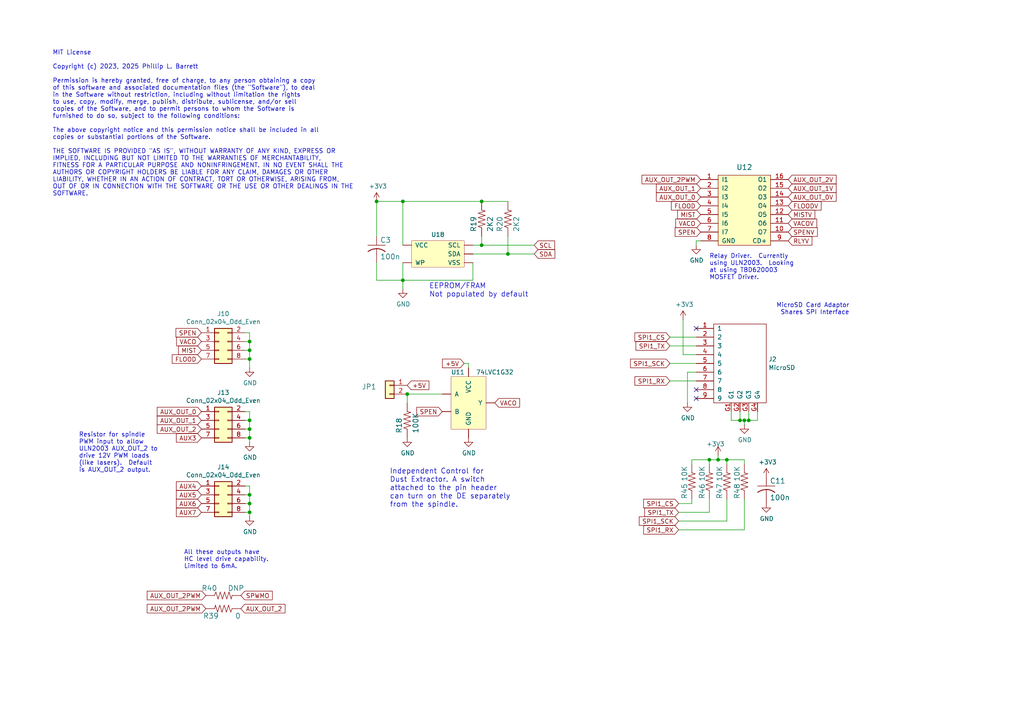
<source format=kicad_sch>
(kicad_sch
	(version 20231120)
	(generator "eeschema")
	(generator_version "8.0")
	(uuid "61c801ea-4ecf-4e95-add7-62b0a14c5451")
	(paper "A4")
	(title_block
		(title "picoCNC ")
		(date "2023-09-13")
		(rev "Ver 1.55eth")
		(company "Brookwood Design")
	)
	(lib_symbols
		(symbol "phils-ICs:74LVC1G32DBV"
			(pin_names
				(offset 1.016)
			)
			(exclude_from_sim no)
			(in_bom yes)
			(on_board yes)
			(property "Reference" "U"
				(at -5.08 8.128 0)
				(effects
					(font
						(size 0.8636 0.8636)
					)
					(justify left bottom)
				)
			)
			(property "Value" "74LVC1G32DBV"
				(at 7.62 8.89 0)
				(effects
					(font
						(size 1.27 1.27)
					)
					(hide yes)
				)
			)
			(property "Footprint" ""
				(at 0 0 0)
				(effects
					(font
						(size 1.27 1.27)
					)
					(hide yes)
				)
			)
			(property "Datasheet" ""
				(at 0 0 0)
				(effects
					(font
						(size 1.27 1.27)
					)
					(hide yes)
				)
			)
			(property "Description" ""
				(at 0 0 0)
				(effects
					(font
						(size 1.27 1.27)
					)
					(hide yes)
				)
			)
			(property "LCSC" "C12517 "
				(at 0 0 0)
				(effects
					(font
						(size 1.27 1.27)
					)
				)
			)
			(symbol "74LVC1G32DBV_1_0"
				(rectangle
					(start -5.08 7.62)
					(end 5.08 -7.62)
					(stroke
						(width 0.0508)
						(type default)
					)
					(fill
						(type background)
					)
				)
				(pin bidirectional line
					(at -7.62 2.54 0)
					(length 2.54)
					(name "A"
						(effects
							(font
								(size 1.27 1.27)
							)
						)
					)
					(number "1"
						(effects
							(font
								(size 0 0)
							)
						)
					)
				)
				(pin bidirectional line
					(at -7.62 -2.54 0)
					(length 2.54)
					(name "B"
						(effects
							(font
								(size 1.27 1.27)
							)
						)
					)
					(number "2"
						(effects
							(font
								(size 0 0)
							)
						)
					)
				)
				(pin power_in line
					(at 0 -10.16 90)
					(length 2.54)
					(name "GND"
						(effects
							(font
								(size 1.27 1.27)
							)
						)
					)
					(number "3"
						(effects
							(font
								(size 0 0)
							)
						)
					)
				)
				(pin bidirectional line
					(at 7.62 0 180)
					(length 2.54)
					(name "Y"
						(effects
							(font
								(size 1.27 1.27)
							)
						)
					)
					(number "4"
						(effects
							(font
								(size 0 0)
							)
						)
					)
				)
				(pin power_in line
					(at 0 10.16 270)
					(length 2.54)
					(name "VCC"
						(effects
							(font
								(size 1.27 1.27)
							)
						)
					)
					(number "5"
						(effects
							(font
								(size 0 0)
							)
						)
					)
				)
			)
		)
		(symbol "phils-ICs:FM24CLxxx"
			(pin_names
				(offset 1.016)
			)
			(exclude_from_sim no)
			(in_bom yes)
			(on_board yes)
			(property "Reference" "U"
				(at -5.08 5.334 0)
				(effects
					(font
						(size 1.27 1.27)
					)
					(justify left bottom)
				)
			)
			(property "Value" "FM24CLxxx"
				(at -5.08 -6.858 0)
				(effects
					(font
						(size 1.0668 1.0668)
					)
					(justify left bottom)
					(hide yes)
				)
			)
			(property "Footprint" ""
				(at 0 0 0)
				(effects
					(font
						(size 1.27 1.27)
					)
					(hide yes)
				)
			)
			(property "Datasheet" ""
				(at 0 0 0)
				(effects
					(font
						(size 1.27 1.27)
					)
					(hide yes)
				)
			)
			(property "Description" ""
				(at 0 0 0)
				(effects
					(font
						(size 1.27 1.27)
					)
					(hide yes)
				)
			)
			(property "LCSC" "C31082 "
				(at 0 0 0)
				(effects
					(font
						(size 1.27 1.27)
					)
					(hide yes)
				)
			)
			(symbol "FM24CLxxx_1_0"
				(pin power_in line
					(at 10.16 -2.54 180)
					(length 2.54)
					(name "VSS"
						(effects
							(font
								(size 1.27 1.27)
							)
						)
					)
					(number "4"
						(effects
							(font
								(size 0 0)
							)
						)
					)
				)
				(pin bidirectional line
					(at 10.16 0 180)
					(length 2.54)
					(name "SDA"
						(effects
							(font
								(size 1.27 1.27)
							)
						)
					)
					(number "5"
						(effects
							(font
								(size 0 0)
							)
						)
					)
				)
				(pin bidirectional line
					(at 10.16 2.54 180)
					(length 2.54)
					(name "SCL"
						(effects
							(font
								(size 1.27 1.27)
							)
						)
					)
					(number "6"
						(effects
							(font
								(size 0 0)
							)
						)
					)
				)
				(pin bidirectional line
					(at -10.16 -2.54 0)
					(length 2.54)
					(name "WP"
						(effects
							(font
								(size 1.27 1.27)
							)
						)
					)
					(number "7"
						(effects
							(font
								(size 0 0)
							)
						)
					)
				)
				(pin power_in line
					(at -10.16 2.54 0)
					(length 2.54)
					(name "VCC"
						(effects
							(font
								(size 1.27 1.27)
							)
						)
					)
					(number "8"
						(effects
							(font
								(size 0 0)
							)
						)
					)
				)
			)
			(symbol "FM24CLxxx_1_1"
				(rectangle
					(start -7.62 3.81)
					(end 7.62 -3.81)
					(stroke
						(width 0.0508)
						(type default)
					)
					(fill
						(type background)
					)
				)
			)
		)
		(symbol "phils-ICs:ULN2003AD"
			(pin_names
				(offset 1.016)
			)
			(exclude_from_sim no)
			(in_bom yes)
			(on_board yes)
			(property "Reference" "U"
				(at -7.62 10.922 0)
				(effects
					(font
						(size 1.4986 1.4986)
					)
					(justify left bottom)
				)
			)
			(property "Value" "ULN2003AD"
				(at -7.62 -15.24 0)
				(effects
					(font
						(size 1.4986 1.4986)
					)
					(justify left bottom)
					(hide yes)
				)
			)
			(property "Footprint" ""
				(at 0 0 0)
				(effects
					(font
						(size 1.27 1.27)
					)
					(hide yes)
				)
			)
			(property "Datasheet" ""
				(at 0 0 0)
				(effects
					(font
						(size 1.27 1.27)
					)
					(hide yes)
				)
			)
			(property "Description" ""
				(at 0 0 0)
				(effects
					(font
						(size 1.27 1.27)
					)
					(hide yes)
				)
			)
			(property "LCSC" "C7512 (multiple)"
				(at 0 0 0)
				(effects
					(font
						(size 1.27 1.27)
					)
					(hide yes)
				)
			)
			(symbol "ULN2003AD_1_0"
				(rectangle
					(start -7.62 8.89)
					(end 7.62 -11.43)
					(stroke
						(width 0)
						(type default)
					)
					(fill
						(type background)
					)
				)
				(pin input line
					(at -12.7 7.62 0)
					(length 5.08)
					(name "I1"
						(effects
							(font
								(size 1.27 1.27)
							)
						)
					)
					(number "1"
						(effects
							(font
								(size 1.27 1.27)
							)
						)
					)
				)
				(pin open_collector line
					(at 12.7 -7.62 180)
					(length 5.08)
					(name "O7"
						(effects
							(font
								(size 1.27 1.27)
							)
						)
					)
					(number "10"
						(effects
							(font
								(size 1.27 1.27)
							)
						)
					)
				)
				(pin open_collector line
					(at 12.7 -5.08 180)
					(length 5.08)
					(name "O6"
						(effects
							(font
								(size 1.27 1.27)
							)
						)
					)
					(number "11"
						(effects
							(font
								(size 1.27 1.27)
							)
						)
					)
				)
				(pin open_collector line
					(at 12.7 -2.54 180)
					(length 5.08)
					(name "O5"
						(effects
							(font
								(size 1.27 1.27)
							)
						)
					)
					(number "12"
						(effects
							(font
								(size 1.27 1.27)
							)
						)
					)
				)
				(pin open_collector line
					(at 12.7 0 180)
					(length 5.08)
					(name "O4"
						(effects
							(font
								(size 1.27 1.27)
							)
						)
					)
					(number "13"
						(effects
							(font
								(size 1.27 1.27)
							)
						)
					)
				)
				(pin open_collector line
					(at 12.7 2.54 180)
					(length 5.08)
					(name "O3"
						(effects
							(font
								(size 1.27 1.27)
							)
						)
					)
					(number "14"
						(effects
							(font
								(size 1.27 1.27)
							)
						)
					)
				)
				(pin open_collector line
					(at 12.7 5.08 180)
					(length 5.08)
					(name "O2"
						(effects
							(font
								(size 1.27 1.27)
							)
						)
					)
					(number "15"
						(effects
							(font
								(size 1.27 1.27)
							)
						)
					)
				)
				(pin open_collector line
					(at 12.7 7.62 180)
					(length 5.08)
					(name "O1"
						(effects
							(font
								(size 1.27 1.27)
							)
						)
					)
					(number "16"
						(effects
							(font
								(size 1.27 1.27)
							)
						)
					)
				)
				(pin input line
					(at -12.7 5.08 0)
					(length 5.08)
					(name "I2"
						(effects
							(font
								(size 1.27 1.27)
							)
						)
					)
					(number "2"
						(effects
							(font
								(size 1.27 1.27)
							)
						)
					)
				)
				(pin input line
					(at -12.7 2.54 0)
					(length 5.08)
					(name "I3"
						(effects
							(font
								(size 1.27 1.27)
							)
						)
					)
					(number "3"
						(effects
							(font
								(size 1.27 1.27)
							)
						)
					)
				)
				(pin input line
					(at -12.7 0 0)
					(length 5.08)
					(name "I4"
						(effects
							(font
								(size 1.27 1.27)
							)
						)
					)
					(number "4"
						(effects
							(font
								(size 1.27 1.27)
							)
						)
					)
				)
				(pin input line
					(at -12.7 -2.54 0)
					(length 5.08)
					(name "I5"
						(effects
							(font
								(size 1.27 1.27)
							)
						)
					)
					(number "5"
						(effects
							(font
								(size 1.27 1.27)
							)
						)
					)
				)
				(pin input line
					(at -12.7 -5.08 0)
					(length 5.08)
					(name "I6"
						(effects
							(font
								(size 1.27 1.27)
							)
						)
					)
					(number "6"
						(effects
							(font
								(size 1.27 1.27)
							)
						)
					)
				)
				(pin input line
					(at -12.7 -7.62 0)
					(length 5.08)
					(name "I7"
						(effects
							(font
								(size 1.27 1.27)
							)
						)
					)
					(number "7"
						(effects
							(font
								(size 1.27 1.27)
							)
						)
					)
				)
				(pin power_in line
					(at -12.7 -10.16 0)
					(length 5.08)
					(name "GND"
						(effects
							(font
								(size 1.27 1.27)
							)
						)
					)
					(number "8"
						(effects
							(font
								(size 1.27 1.27)
							)
						)
					)
				)
				(pin passive line
					(at 12.7 -10.16 180)
					(length 5.08)
					(name "CD+"
						(effects
							(font
								(size 1.27 1.27)
							)
						)
					)
					(number "9"
						(effects
							(font
								(size 1.27 1.27)
							)
						)
					)
				)
			)
		)
		(symbol "phils-connectorsv8:MicroSD"
			(pin_names
				(offset 1.016)
			)
			(exclude_from_sim no)
			(in_bom yes)
			(on_board yes)
			(property "Reference" "J"
				(at 1.27 -13.97 0)
				(effects
					(font
						(size 1.27 1.27)
					)
				)
			)
			(property "Value" "MicroSD"
				(at 8.89 8.89 0)
				(effects
					(font
						(size 1.27 1.27)
					)
				)
			)
			(property "Footprint" ""
				(at 0 1.27 0)
				(effects
					(font
						(size 1.27 1.27)
					)
					(hide yes)
				)
			)
			(property "Datasheet" ""
				(at 0 1.27 0)
				(effects
					(font
						(size 1.27 1.27)
					)
					(hide yes)
				)
			)
			(property "Description" ""
				(at 0 0 0)
				(effects
					(font
						(size 1.27 1.27)
					)
					(hide yes)
				)
			)
			(symbol "MicroSD_0_1"
				(polyline
					(pts
						(xy 0 10.16) (xy 0 -12.7) (xy 15.24 -12.7) (xy 15.24 10.16) (xy 0 10.16)
					)
					(stroke
						(width 0)
						(type default)
					)
					(fill
						(type none)
					)
				)
			)
			(symbol "MicroSD_1_1"
				(pin input line
					(at -5.08 8.89 0)
					(length 5.08)
					(name "1"
						(effects
							(font
								(size 1.27 1.27)
							)
						)
					)
					(number "1"
						(effects
							(font
								(size 1.27 1.27)
							)
						)
					)
				)
				(pin input line
					(at -5.08 6.35 0)
					(length 5.08)
					(name "2"
						(effects
							(font
								(size 1.27 1.27)
							)
						)
					)
					(number "2"
						(effects
							(font
								(size 1.27 1.27)
							)
						)
					)
				)
				(pin input line
					(at -5.08 3.81 0)
					(length 5.08)
					(name "3"
						(effects
							(font
								(size 1.27 1.27)
							)
						)
					)
					(number "3"
						(effects
							(font
								(size 1.27 1.27)
							)
						)
					)
				)
				(pin input line
					(at -5.08 1.27 0)
					(length 5.08)
					(name "4"
						(effects
							(font
								(size 1.27 1.27)
							)
						)
					)
					(number "4"
						(effects
							(font
								(size 1.27 1.27)
							)
						)
					)
				)
				(pin input line
					(at -5.08 -1.27 0)
					(length 5.08)
					(name "5"
						(effects
							(font
								(size 1.27 1.27)
							)
						)
					)
					(number "5"
						(effects
							(font
								(size 1.27 1.27)
							)
						)
					)
				)
				(pin input line
					(at -5.08 -3.81 0)
					(length 5.08)
					(name "6"
						(effects
							(font
								(size 1.27 1.27)
							)
						)
					)
					(number "6"
						(effects
							(font
								(size 1.27 1.27)
							)
						)
					)
				)
				(pin input line
					(at -5.08 -6.35 0)
					(length 5.08)
					(name "7"
						(effects
							(font
								(size 1.27 1.27)
							)
						)
					)
					(number "7"
						(effects
							(font
								(size 1.27 1.27)
							)
						)
					)
				)
				(pin input line
					(at -5.08 -8.89 0)
					(length 5.08)
					(name "8"
						(effects
							(font
								(size 1.27 1.27)
							)
						)
					)
					(number "8"
						(effects
							(font
								(size 1.27 1.27)
							)
						)
					)
				)
				(pin input line
					(at -5.08 -11.43 0)
					(length 5.08)
					(name "9"
						(effects
							(font
								(size 1.27 1.27)
							)
						)
					)
					(number "9"
						(effects
							(font
								(size 1.27 1.27)
							)
						)
					)
				)
				(pin input line
					(at 5.08 -15.24 90)
					(length 2.54)
					(name "G1"
						(effects
							(font
								(size 1.27 1.27)
							)
						)
					)
					(number "G1"
						(effects
							(font
								(size 1.27 1.27)
							)
						)
					)
				)
				(pin input line
					(at 7.62 -15.24 90)
					(length 2.54)
					(name "G2"
						(effects
							(font
								(size 1.27 1.27)
							)
						)
					)
					(number "G2"
						(effects
							(font
								(size 1.27 1.27)
							)
						)
					)
				)
				(pin input line
					(at 10.16 -15.24 90)
					(length 2.54)
					(name "G3"
						(effects
							(font
								(size 1.27 1.27)
							)
						)
					)
					(number "G3"
						(effects
							(font
								(size 1.27 1.27)
							)
						)
					)
				)
				(pin input line
					(at 12.7 -15.24 90)
					(length 2.54)
					(name "G4"
						(effects
							(font
								(size 1.27 1.27)
							)
						)
					)
					(number "G4"
						(effects
							(font
								(size 1.27 1.27)
							)
						)
					)
				)
			)
		)
		(symbol "phils-misc:C-USC0603-teensy_4.1x211-eagle-import"
			(pin_names
				(offset 1.016)
			)
			(exclude_from_sim no)
			(in_bom yes)
			(on_board yes)
			(property "Reference" "C"
				(at 1.016 0.635 0)
				(effects
					(font
						(size 1.4986 1.4986)
					)
					(justify left bottom)
				)
			)
			(property "Value" "C-USC0603-teensy_4.1x211-eagle-import"
				(at 1.016 -4.191 0)
				(effects
					(font
						(size 1.4986 1.4986)
					)
					(justify left bottom)
				)
			)
			(property "Footprint" ""
				(at 0 0 0)
				(effects
					(font
						(size 1.27 1.27)
					)
					(hide yes)
				)
			)
			(property "Datasheet" ""
				(at 0 0 0)
				(effects
					(font
						(size 1.27 1.27)
					)
					(hide yes)
				)
			)
			(property "Description" ""
				(at 0 0 0)
				(effects
					(font
						(size 1.27 1.27)
					)
					(hide yes)
				)
			)
			(property "ki_locked" ""
				(at 0 0 0)
				(effects
					(font
						(size 1.27 1.27)
					)
				)
			)
			(symbol "C-USC0603-teensy_4.1x211-eagle-import_1_0"
				(arc
					(start 0 -1.016)
					(mid -1.2939 -1.2289)
					(end -2.4638 -1.8288)
					(stroke
						(width 0.254)
						(type default)
					)
					(fill
						(type none)
					)
				)
				(polyline
					(pts
						(xy -2.54 0) (xy 2.54 0)
					)
					(stroke
						(width 0)
						(type default)
					)
					(fill
						(type none)
					)
				)
				(polyline
					(pts
						(xy 0 -1.016) (xy 0 -2.54)
					)
					(stroke
						(width 0)
						(type default)
					)
					(fill
						(type none)
					)
				)
				(arc
					(start 2.4892 -1.8542)
					(mid 1.3167 -1.2157)
					(end 0 -0.9906)
					(stroke
						(width 0.254)
						(type default)
					)
					(fill
						(type none)
					)
				)
				(pin passive line
					(at 0 2.54 270)
					(length 2.54)
					(name "1"
						(effects
							(font
								(size 0 0)
							)
						)
					)
					(number "1"
						(effects
							(font
								(size 0 0)
							)
						)
					)
				)
				(pin passive line
					(at 0 -5.08 90)
					(length 2.54)
					(name "2"
						(effects
							(font
								(size 0 0)
							)
						)
					)
					(number "2"
						(effects
							(font
								(size 0 0)
							)
						)
					)
				)
			)
		)
		(symbol "phils-misc:R-US_R0603-teensy_4.1x211-eagle-import"
			(pin_names
				(offset 1.016)
			)
			(exclude_from_sim no)
			(in_bom yes)
			(on_board yes)
			(property "Reference" "R"
				(at -3.81 1.4986 0)
				(effects
					(font
						(size 1.4986 1.4986)
					)
					(justify left bottom)
				)
			)
			(property "Value" "R-US_R0603-teensy_4.1x211-eagle-import"
				(at -3.81 -3.302 0)
				(effects
					(font
						(size 1.4986 1.4986)
					)
					(justify left bottom)
				)
			)
			(property "Footprint" ""
				(at 0 0 0)
				(effects
					(font
						(size 1.27 1.27)
					)
					(hide yes)
				)
			)
			(property "Datasheet" ""
				(at 0 0 0)
				(effects
					(font
						(size 1.27 1.27)
					)
					(hide yes)
				)
			)
			(property "Description" ""
				(at 0 0 0)
				(effects
					(font
						(size 1.27 1.27)
					)
					(hide yes)
				)
			)
			(property "ki_locked" ""
				(at 0 0 0)
				(effects
					(font
						(size 1.27 1.27)
					)
				)
			)
			(symbol "R-US_R0603-teensy_4.1x211-eagle-import_1_0"
				(polyline
					(pts
						(xy -2.54 0) (xy -2.159 1.016)
					)
					(stroke
						(width 0)
						(type default)
					)
					(fill
						(type none)
					)
				)
				(polyline
					(pts
						(xy -2.159 1.016) (xy -1.524 -1.016)
					)
					(stroke
						(width 0)
						(type default)
					)
					(fill
						(type none)
					)
				)
				(polyline
					(pts
						(xy -1.524 -1.016) (xy -0.889 1.016)
					)
					(stroke
						(width 0)
						(type default)
					)
					(fill
						(type none)
					)
				)
				(polyline
					(pts
						(xy -0.889 1.016) (xy -0.254 -1.016)
					)
					(stroke
						(width 0)
						(type default)
					)
					(fill
						(type none)
					)
				)
				(polyline
					(pts
						(xy -0.254 -1.016) (xy 0.381 1.016)
					)
					(stroke
						(width 0)
						(type default)
					)
					(fill
						(type none)
					)
				)
				(polyline
					(pts
						(xy 0.381 1.016) (xy 1.016 -1.016)
					)
					(stroke
						(width 0)
						(type default)
					)
					(fill
						(type none)
					)
				)
				(polyline
					(pts
						(xy 1.016 -1.016) (xy 1.651 1.016)
					)
					(stroke
						(width 0)
						(type default)
					)
					(fill
						(type none)
					)
				)
				(polyline
					(pts
						(xy 1.651 1.016) (xy 2.286 -1.016)
					)
					(stroke
						(width 0)
						(type default)
					)
					(fill
						(type none)
					)
				)
				(polyline
					(pts
						(xy 2.286 -1.016) (xy 2.54 0)
					)
					(stroke
						(width 0)
						(type default)
					)
					(fill
						(type none)
					)
				)
				(pin passive line
					(at -5.08 0 0)
					(length 2.54)
					(name "1"
						(effects
							(font
								(size 0 0)
							)
						)
					)
					(number "1"
						(effects
							(font
								(size 0 0)
							)
						)
					)
				)
				(pin passive line
					(at 5.08 0 180)
					(length 2.54)
					(name "2"
						(effects
							(font
								(size 0 0)
							)
						)
					)
					(number "2"
						(effects
							(font
								(size 0 0)
							)
						)
					)
				)
			)
		)
		(symbol "picoCNC-rescue:+3.3V-power"
			(power)
			(pin_names
				(offset 0)
			)
			(exclude_from_sim no)
			(in_bom yes)
			(on_board yes)
			(property "Reference" "#PWR"
				(at 0 -3.81 0)
				(effects
					(font
						(size 1.27 1.27)
					)
					(hide yes)
				)
			)
			(property "Value" "+3.3V-power"
				(at 0 3.556 0)
				(effects
					(font
						(size 1.27 1.27)
					)
				)
			)
			(property "Footprint" ""
				(at 0 0 0)
				(effects
					(font
						(size 1.27 1.27)
					)
					(hide yes)
				)
			)
			(property "Datasheet" ""
				(at 0 0 0)
				(effects
					(font
						(size 1.27 1.27)
					)
					(hide yes)
				)
			)
			(property "Description" ""
				(at 0 0 0)
				(effects
					(font
						(size 1.27 1.27)
					)
					(hide yes)
				)
			)
			(symbol "+3.3V-power_0_1"
				(polyline
					(pts
						(xy -0.762 1.27) (xy 0 2.54)
					)
					(stroke
						(width 0)
						(type default)
					)
					(fill
						(type none)
					)
				)
				(polyline
					(pts
						(xy 0 0) (xy 0 2.54)
					)
					(stroke
						(width 0)
						(type default)
					)
					(fill
						(type none)
					)
				)
				(polyline
					(pts
						(xy 0 2.54) (xy 0.762 1.27)
					)
					(stroke
						(width 0)
						(type default)
					)
					(fill
						(type none)
					)
				)
			)
			(symbol "+3.3V-power_1_1"
				(pin power_in line
					(at 0 0 90)
					(length 0) hide
					(name "+3V3"
						(effects
							(font
								(size 1.27 1.27)
							)
						)
					)
					(number "1"
						(effects
							(font
								(size 1.27 1.27)
							)
						)
					)
				)
			)
		)
		(symbol "picoCNC-rescue:Conn_01x02-conn"
			(pin_names
				(offset 1.016) hide)
			(exclude_from_sim no)
			(in_bom yes)
			(on_board yes)
			(property "Reference" "J"
				(at 0 2.54 0)
				(effects
					(font
						(size 1.27 1.27)
					)
				)
			)
			(property "Value" "Conn_01x02-conn"
				(at 0 -5.08 0)
				(effects
					(font
						(size 1.27 1.27)
					)
				)
			)
			(property "Footprint" ""
				(at 0 0 0)
				(effects
					(font
						(size 1.27 1.27)
					)
					(hide yes)
				)
			)
			(property "Datasheet" ""
				(at 0 0 0)
				(effects
					(font
						(size 1.27 1.27)
					)
					(hide yes)
				)
			)
			(property "Description" ""
				(at 0 0 0)
				(effects
					(font
						(size 1.27 1.27)
					)
					(hide yes)
				)
			)
			(property "ki_fp_filters" "Connector*:*_??x*mm* Connector*:*1x??x*mm* Pin?Header?Straight?1X* Pin?Header?Angled?1X* Socket?Strip?Straight?1X* Socket?Strip?Angled?1X*"
				(at 0 0 0)
				(effects
					(font
						(size 1.27 1.27)
					)
					(hide yes)
				)
			)
			(symbol "Conn_01x02-conn_1_1"
				(rectangle
					(start -1.27 -2.413)
					(end 0 -2.667)
					(stroke
						(width 0.1524)
						(type default)
					)
					(fill
						(type none)
					)
				)
				(rectangle
					(start -1.27 0.127)
					(end 0 -0.127)
					(stroke
						(width 0.1524)
						(type default)
					)
					(fill
						(type none)
					)
				)
				(rectangle
					(start -1.27 1.27)
					(end 1.27 -3.81)
					(stroke
						(width 0.254)
						(type default)
					)
					(fill
						(type background)
					)
				)
				(pin passive line
					(at -5.08 0 0)
					(length 3.81)
					(name "Pin_1"
						(effects
							(font
								(size 1.27 1.27)
							)
						)
					)
					(number "1"
						(effects
							(font
								(size 1.27 1.27)
							)
						)
					)
				)
				(pin passive line
					(at -5.08 -2.54 0)
					(length 3.81)
					(name "Pin_2"
						(effects
							(font
								(size 1.27 1.27)
							)
						)
					)
					(number "2"
						(effects
							(font
								(size 1.27 1.27)
							)
						)
					)
				)
			)
		)
		(symbol "picoCNC-rescue:Conn_02x04_Odd_Even-conn"
			(pin_names
				(offset 1.016) hide)
			(exclude_from_sim no)
			(in_bom yes)
			(on_board yes)
			(property "Reference" "J"
				(at 1.27 5.08 0)
				(effects
					(font
						(size 1.27 1.27)
					)
				)
			)
			(property "Value" "Conn_02x04_Odd_Even-conn"
				(at 1.27 -7.62 0)
				(effects
					(font
						(size 1.27 1.27)
					)
				)
			)
			(property "Footprint" ""
				(at 0 0 0)
				(effects
					(font
						(size 1.27 1.27)
					)
					(hide yes)
				)
			)
			(property "Datasheet" ""
				(at 0 0 0)
				(effects
					(font
						(size 1.27 1.27)
					)
					(hide yes)
				)
			)
			(property "Description" ""
				(at 0 0 0)
				(effects
					(font
						(size 1.27 1.27)
					)
					(hide yes)
				)
			)
			(property "ki_fp_filters" "Connector*:*2x??x*mm* Connector*:*2x???Pitch* Pin_Header_Straight_2X* Pin_Header_Angled_2X* Socket_Strip_Straight_2X* Socket_Strip_Angled_2X*"
				(at 0 0 0)
				(effects
					(font
						(size 1.27 1.27)
					)
					(hide yes)
				)
			)
			(symbol "Conn_02x04_Odd_Even-conn_1_1"
				(rectangle
					(start -1.27 -4.953)
					(end 0 -5.207)
					(stroke
						(width 0.1524)
						(type default)
					)
					(fill
						(type none)
					)
				)
				(rectangle
					(start -1.27 -2.413)
					(end 0 -2.667)
					(stroke
						(width 0.1524)
						(type default)
					)
					(fill
						(type none)
					)
				)
				(rectangle
					(start -1.27 0.127)
					(end 0 -0.127)
					(stroke
						(width 0.1524)
						(type default)
					)
					(fill
						(type none)
					)
				)
				(rectangle
					(start -1.27 2.667)
					(end 0 2.413)
					(stroke
						(width 0.1524)
						(type default)
					)
					(fill
						(type none)
					)
				)
				(rectangle
					(start -1.27 3.81)
					(end 3.81 -6.35)
					(stroke
						(width 0.254)
						(type default)
					)
					(fill
						(type background)
					)
				)
				(rectangle
					(start 3.81 -4.953)
					(end 2.54 -5.207)
					(stroke
						(width 0.1524)
						(type default)
					)
					(fill
						(type none)
					)
				)
				(rectangle
					(start 3.81 -2.413)
					(end 2.54 -2.667)
					(stroke
						(width 0.1524)
						(type default)
					)
					(fill
						(type none)
					)
				)
				(rectangle
					(start 3.81 0.127)
					(end 2.54 -0.127)
					(stroke
						(width 0.1524)
						(type default)
					)
					(fill
						(type none)
					)
				)
				(rectangle
					(start 3.81 2.667)
					(end 2.54 2.413)
					(stroke
						(width 0.1524)
						(type default)
					)
					(fill
						(type none)
					)
				)
				(pin passive line
					(at -5.08 2.54 0)
					(length 3.81)
					(name "Pin_1"
						(effects
							(font
								(size 1.27 1.27)
							)
						)
					)
					(number "1"
						(effects
							(font
								(size 1.27 1.27)
							)
						)
					)
				)
				(pin passive line
					(at 7.62 2.54 180)
					(length 3.81)
					(name "Pin_2"
						(effects
							(font
								(size 1.27 1.27)
							)
						)
					)
					(number "2"
						(effects
							(font
								(size 1.27 1.27)
							)
						)
					)
				)
				(pin passive line
					(at -5.08 0 0)
					(length 3.81)
					(name "Pin_3"
						(effects
							(font
								(size 1.27 1.27)
							)
						)
					)
					(number "3"
						(effects
							(font
								(size 1.27 1.27)
							)
						)
					)
				)
				(pin passive line
					(at 7.62 0 180)
					(length 3.81)
					(name "Pin_4"
						(effects
							(font
								(size 1.27 1.27)
							)
						)
					)
					(number "4"
						(effects
							(font
								(size 1.27 1.27)
							)
						)
					)
				)
				(pin passive line
					(at -5.08 -2.54 0)
					(length 3.81)
					(name "Pin_5"
						(effects
							(font
								(size 1.27 1.27)
							)
						)
					)
					(number "5"
						(effects
							(font
								(size 1.27 1.27)
							)
						)
					)
				)
				(pin passive line
					(at 7.62 -2.54 180)
					(length 3.81)
					(name "Pin_6"
						(effects
							(font
								(size 1.27 1.27)
							)
						)
					)
					(number "6"
						(effects
							(font
								(size 1.27 1.27)
							)
						)
					)
				)
				(pin passive line
					(at -5.08 -5.08 0)
					(length 3.81)
					(name "Pin_7"
						(effects
							(font
								(size 1.27 1.27)
							)
						)
					)
					(number "7"
						(effects
							(font
								(size 1.27 1.27)
							)
						)
					)
				)
				(pin passive line
					(at 7.62 -5.08 180)
					(length 3.81)
					(name "Pin_8"
						(effects
							(font
								(size 1.27 1.27)
							)
						)
					)
					(number "8"
						(effects
							(font
								(size 1.27 1.27)
							)
						)
					)
				)
			)
		)
		(symbol "power:GND"
			(power)
			(pin_names
				(offset 0)
			)
			(exclude_from_sim no)
			(in_bom yes)
			(on_board yes)
			(property "Reference" "#PWR"
				(at 0 -6.35 0)
				(effects
					(font
						(size 1.27 1.27)
					)
					(hide yes)
				)
			)
			(property "Value" "GND"
				(at 0 -3.81 0)
				(effects
					(font
						(size 1.27 1.27)
					)
				)
			)
			(property "Footprint" ""
				(at 0 0 0)
				(effects
					(font
						(size 1.27 1.27)
					)
					(hide yes)
				)
			)
			(property "Datasheet" ""
				(at 0 0 0)
				(effects
					(font
						(size 1.27 1.27)
					)
					(hide yes)
				)
			)
			(property "Description" "Power symbol creates a global label with name \"GND\" , ground"
				(at 0 0 0)
				(effects
					(font
						(size 1.27 1.27)
					)
					(hide yes)
				)
			)
			(property "ki_keywords" "power-flag"
				(at 0 0 0)
				(effects
					(font
						(size 1.27 1.27)
					)
					(hide yes)
				)
			)
			(symbol "GND_0_1"
				(polyline
					(pts
						(xy 0 0) (xy 0 -1.27) (xy 1.27 -1.27) (xy 0 -2.54) (xy -1.27 -1.27) (xy 0 -1.27)
					)
					(stroke
						(width 0)
						(type default)
					)
					(fill
						(type none)
					)
				)
			)
			(symbol "GND_1_1"
				(pin power_in line
					(at 0 0 270)
					(length 0) hide
					(name "GND"
						(effects
							(font
								(size 1.27 1.27)
							)
						)
					)
					(number "1"
						(effects
							(font
								(size 1.27 1.27)
							)
						)
					)
				)
			)
		)
	)
	(junction
		(at 109.22 58.42)
		(diameter 0)
		(color 0 0 0 0)
		(uuid "0f12a6c9-854b-45d0-9034-29a125827cbe")
	)
	(junction
		(at 116.84 81.28)
		(diameter 0)
		(color 0 0 0 0)
		(uuid "31bdd094-90ab-4337-9e19-9bab44642c07")
	)
	(junction
		(at 72.39 121.92)
		(diameter 0)
		(color 0 0 0 0)
		(uuid "37b5f030-4c08-489c-a219-ba43fb62cb6e")
	)
	(junction
		(at 72.39 101.6)
		(diameter 0)
		(color 0 0 0 0)
		(uuid "416ef28e-d91d-46d4-9380-d8ce7b97738f")
	)
	(junction
		(at 208.28 133.35)
		(diameter 0)
		(color 0 0 0 0)
		(uuid "632009dc-0ea7-4f47-8a30-0027f4720930")
	)
	(junction
		(at 72.39 104.14)
		(diameter 0)
		(color 0 0 0 0)
		(uuid "65ed9b16-9bdf-44c3-af1f-a057e6020265")
	)
	(junction
		(at 116.84 58.42)
		(diameter 0)
		(color 0 0 0 0)
		(uuid "66568f47-1701-4179-b0e8-418fe397e1a1")
	)
	(junction
		(at 72.39 148.59)
		(diameter 0)
		(color 0 0 0 0)
		(uuid "6b13c5e2-9b60-4264-b2bd-395f5fdac6de")
	)
	(junction
		(at 72.39 146.05)
		(diameter 0)
		(color 0 0 0 0)
		(uuid "6b189d0a-ff69-4ab5-bd48-f20f9fae2434")
	)
	(junction
		(at 72.39 124.46)
		(diameter 0)
		(color 0 0 0 0)
		(uuid "6b5ac712-8a0e-4032-9020-73b34011c3dd")
	)
	(junction
		(at 147.32 73.66)
		(diameter 0)
		(color 0 0 0 0)
		(uuid "7e3de0ad-b39c-4d5a-820f-7b90bc7a6d6d")
	)
	(junction
		(at 118.11 114.3)
		(diameter 0)
		(color 0 0 0 0)
		(uuid "85e49e7b-df8c-4f3e-84f2-cb34e05e8b95")
	)
	(junction
		(at 214.63 121.92)
		(diameter 0)
		(color 0 0 0 0)
		(uuid "a5aeb7e3-da8d-4a27-9cb1-d07cf957973a")
	)
	(junction
		(at 205.74 133.35)
		(diameter 0)
		(color 0 0 0 0)
		(uuid "cbb04f5d-f119-4217-8b76-45098acb6a15")
	)
	(junction
		(at 217.17 121.92)
		(diameter 0)
		(color 0 0 0 0)
		(uuid "cd446980-d29c-4187-8c0c-c07f2143933d")
	)
	(junction
		(at 139.7 58.42)
		(diameter 0)
		(color 0 0 0 0)
		(uuid "ce981398-00f4-4ef8-a39a-e2868dbd6e8f")
	)
	(junction
		(at 72.39 99.06)
		(diameter 0)
		(color 0 0 0 0)
		(uuid "d07667cc-ae36-48ec-84fb-1078c9a2eb0b")
	)
	(junction
		(at 72.39 127)
		(diameter 0)
		(color 0 0 0 0)
		(uuid "d35923d3-33cb-4172-8bc2-a47440860e98")
	)
	(junction
		(at 139.7 71.12)
		(diameter 0)
		(color 0 0 0 0)
		(uuid "dbb02d51-53ae-47e1-8942-54b4feaaca16")
	)
	(junction
		(at 210.82 133.35)
		(diameter 0)
		(color 0 0 0 0)
		(uuid "ed4f299c-90de-4b8e-8fa9-0af73553e274")
	)
	(junction
		(at 215.9 121.92)
		(diameter 0)
		(color 0 0 0 0)
		(uuid "ef8266a6-b0de-4cf0-8a77-7da5df9525fc")
	)
	(junction
		(at 72.39 143.51)
		(diameter 0)
		(color 0 0 0 0)
		(uuid "f893694b-87c8-4f73-898e-dcdf63016423")
	)
	(no_connect
		(at 201.93 113.03)
		(uuid "089d06e1-bf67-4b73-8e52-381b65a98435")
	)
	(no_connect
		(at 201.93 95.25)
		(uuid "3ad55dad-19b7-458d-a344-8d89742ee04c")
	)
	(no_connect
		(at 201.93 115.57)
		(uuid "b35557ad-76d2-40bb-a01d-68da9c6cc199")
	)
	(wire
		(pts
			(xy 198.12 102.87) (xy 198.12 92.71)
		)
		(stroke
			(width 0)
			(type default)
		)
		(uuid "0362214b-4d97-4d21-9abb-9e485b27585e")
	)
	(wire
		(pts
			(xy 201.93 110.49) (xy 194.31 110.49)
		)
		(stroke
			(width 0)
			(type default)
		)
		(uuid "0d0e02da-75d4-4783-8e59-226b9af1ff90")
	)
	(wire
		(pts
			(xy 201.93 69.85) (xy 203.2 69.85)
		)
		(stroke
			(width 0)
			(type default)
		)
		(uuid "0d4ae8ae-9084-41f4-bc96-5bd8b9db0dc1")
	)
	(wire
		(pts
			(xy 71.12 101.6) (xy 72.39 101.6)
		)
		(stroke
			(width 0)
			(type default)
		)
		(uuid "0dc78c71-3fd4-4a07-8958-ad665e40d93f")
	)
	(wire
		(pts
			(xy 72.39 124.46) (xy 72.39 127)
		)
		(stroke
			(width 0)
			(type default)
		)
		(uuid "0ec1112c-925f-4d26-982b-4b83d67717bd")
	)
	(wire
		(pts
			(xy 205.74 134.62) (xy 205.74 133.35)
		)
		(stroke
			(width 0)
			(type default)
		)
		(uuid "1b4f3139-298b-4bc9-ac70-ac7269564d54")
	)
	(wire
		(pts
			(xy 116.84 71.12) (xy 116.84 58.42)
		)
		(stroke
			(width 0)
			(type default)
		)
		(uuid "24f94b19-a37a-49c3-9e84-ae770f96dc58")
	)
	(wire
		(pts
			(xy 139.7 71.12) (xy 139.7 68.58)
		)
		(stroke
			(width 0)
			(type default)
		)
		(uuid "28970afe-de56-431d-a9cd-5d5191ca2b79")
	)
	(wire
		(pts
			(xy 212.09 121.92) (xy 214.63 121.92)
		)
		(stroke
			(width 0)
			(type default)
		)
		(uuid "2ae82ee8-8ade-4831-9dab-9c092a9f56cf")
	)
	(wire
		(pts
			(xy 72.39 124.46) (xy 72.39 121.92)
		)
		(stroke
			(width 0)
			(type default)
		)
		(uuid "2d1f6004-dc0b-4379-b920-67d587527f0d")
	)
	(wire
		(pts
			(xy 205.74 133.35) (xy 208.28 133.35)
		)
		(stroke
			(width 0)
			(type default)
		)
		(uuid "2ef82d17-71e7-40c1-9f86-764407d74670")
	)
	(wire
		(pts
			(xy 71.12 140.97) (xy 72.39 140.97)
		)
		(stroke
			(width 0)
			(type default)
		)
		(uuid "2fda8c51-ac62-4266-810b-f824d7471e57")
	)
	(wire
		(pts
			(xy 135.89 106.68) (xy 135.89 105.41)
		)
		(stroke
			(width 0)
			(type default)
		)
		(uuid "31770009-4ab5-45b0-b0e5-20c1ba0675e4")
	)
	(wire
		(pts
			(xy 219.71 121.92) (xy 219.71 119.38)
		)
		(stroke
			(width 0)
			(type default)
		)
		(uuid "3591017b-e800-4903-97da-b64064ced46b")
	)
	(wire
		(pts
			(xy 137.16 71.12) (xy 139.7 71.12)
		)
		(stroke
			(width 0)
			(type default)
		)
		(uuid "35c574ea-8684-4ab3-8dee-cf3e14a03de1")
	)
	(wire
		(pts
			(xy 194.31 97.79) (xy 201.93 97.79)
		)
		(stroke
			(width 0)
			(type default)
		)
		(uuid "363d4ecf-3634-4edf-a89a-09a929e56776")
	)
	(wire
		(pts
			(xy 201.93 107.95) (xy 199.39 107.95)
		)
		(stroke
			(width 0)
			(type default)
		)
		(uuid "368fb0f6-3f67-4e88-b2ee-a62e25e8af54")
	)
	(wire
		(pts
			(xy 72.39 99.06) (xy 71.12 99.06)
		)
		(stroke
			(width 0)
			(type default)
		)
		(uuid "36bf3aad-2a6d-4f9e-bd9c-7dab571ad14c")
	)
	(wire
		(pts
			(xy 116.84 58.42) (xy 139.7 58.42)
		)
		(stroke
			(width 0)
			(type default)
		)
		(uuid "3f7ec128-9006-4824-a329-fde021fb2db6")
	)
	(wire
		(pts
			(xy 71.12 148.59) (xy 72.39 148.59)
		)
		(stroke
			(width 0)
			(type default)
		)
		(uuid "41b9d686-fb50-4ca2-a30e-68208ef29e49")
	)
	(wire
		(pts
			(xy 72.39 140.97) (xy 72.39 143.51)
		)
		(stroke
			(width 0)
			(type default)
		)
		(uuid "441c81c0-fb08-4e66-bdf6-d217d141cc26")
	)
	(wire
		(pts
			(xy 200.66 146.05) (xy 200.66 144.78)
		)
		(stroke
			(width 0)
			(type default)
		)
		(uuid "454d9113-0157-43b6-9806-2f267f5d16fe")
	)
	(wire
		(pts
			(xy 71.12 146.05) (xy 72.39 146.05)
		)
		(stroke
			(width 0)
			(type default)
		)
		(uuid "45ee2a7c-33ce-4246-888f-3c607954ea02")
	)
	(wire
		(pts
			(xy 116.84 58.42) (xy 109.22 58.42)
		)
		(stroke
			(width 0)
			(type default)
		)
		(uuid "52099020-b7ef-402d-bf6c-8baa69779cc8")
	)
	(wire
		(pts
			(xy 71.12 143.51) (xy 72.39 143.51)
		)
		(stroke
			(width 0)
			(type default)
		)
		(uuid "5825bfa8-19b2-466a-b173-2f1d7c79a55c")
	)
	(wire
		(pts
			(xy 116.84 81.28) (xy 137.16 81.28)
		)
		(stroke
			(width 0)
			(type default)
		)
		(uuid "5985a580-178a-4b80-bd24-6a63f6fd8910")
	)
	(wire
		(pts
			(xy 217.17 121.92) (xy 217.17 119.38)
		)
		(stroke
			(width 0)
			(type default)
		)
		(uuid "5b350285-6b19-48e5-bd03-dd0c9958d30f")
	)
	(wire
		(pts
			(xy 200.66 133.35) (xy 205.74 133.35)
		)
		(stroke
			(width 0)
			(type default)
		)
		(uuid "5ba37f89-7734-4762-98a5-4a9bba81d99c")
	)
	(wire
		(pts
			(xy 205.74 148.59) (xy 205.74 144.78)
		)
		(stroke
			(width 0)
			(type default)
		)
		(uuid "5e9893c6-b6e9-436b-b21d-2ee0a857eb8e")
	)
	(wire
		(pts
			(xy 147.32 73.66) (xy 147.32 68.58)
		)
		(stroke
			(width 0)
			(type default)
		)
		(uuid "62ac1aa1-90d6-4005-9331-f353ae66d9f7")
	)
	(wire
		(pts
			(xy 109.22 68.58) (xy 109.22 58.42)
		)
		(stroke
			(width 0)
			(type default)
		)
		(uuid "642434cb-4265-48c4-b58a-923a58f29ac5")
	)
	(wire
		(pts
			(xy 215.9 133.35) (xy 215.9 134.62)
		)
		(stroke
			(width 0)
			(type default)
		)
		(uuid "65b9cca5-889a-488b-85ad-39ca4c6183fe")
	)
	(wire
		(pts
			(xy 201.93 71.12) (xy 201.93 69.85)
		)
		(stroke
			(width 0)
			(type default)
		)
		(uuid "67ba3e99-6f61-46c1-8ec1-454dfe084ccd")
	)
	(wire
		(pts
			(xy 137.16 73.66) (xy 147.32 73.66)
		)
		(stroke
			(width 0)
			(type default)
		)
		(uuid "6af7285c-3592-4b28-9764-26a8877f9c41")
	)
	(wire
		(pts
			(xy 215.9 153.67) (xy 196.85 153.67)
		)
		(stroke
			(width 0)
			(type default)
		)
		(uuid "7022d754-1c3c-4586-8a54-4e5f73c54299")
	)
	(wire
		(pts
			(xy 200.66 134.62) (xy 200.66 133.35)
		)
		(stroke
			(width 0)
			(type default)
		)
		(uuid "708c2367-7561-4152-8f6f-38ee0f6c34f7")
	)
	(wire
		(pts
			(xy 118.11 114.3) (xy 128.27 114.3)
		)
		(stroke
			(width 0)
			(type default)
		)
		(uuid "7942a8eb-8b5e-4179-8f62-2a2acdce6714")
	)
	(wire
		(pts
			(xy 194.31 105.41) (xy 201.93 105.41)
		)
		(stroke
			(width 0)
			(type default)
		)
		(uuid "8109e138-7ddd-4590-a304-0d011f62f74b")
	)
	(wire
		(pts
			(xy 214.63 119.38) (xy 214.63 121.92)
		)
		(stroke
			(width 0)
			(type default)
		)
		(uuid "8e0dcd91-66d1-44f2-919b-b8c5a7cadd9e")
	)
	(wire
		(pts
			(xy 215.9 121.92) (xy 217.17 121.92)
		)
		(stroke
			(width 0)
			(type default)
		)
		(uuid "8f05a38d-9e5b-46c4-8ab4-3892e1d512af")
	)
	(wire
		(pts
			(xy 71.12 121.92) (xy 72.39 121.92)
		)
		(stroke
			(width 0)
			(type default)
		)
		(uuid "93dc2edc-1c80-4543-b081-c5342f39b189")
	)
	(wire
		(pts
			(xy 72.39 121.92) (xy 72.39 119.38)
		)
		(stroke
			(width 0)
			(type default)
		)
		(uuid "9507021e-a065-490f-9e7a-7704ad8fd9db")
	)
	(wire
		(pts
			(xy 71.12 96.52) (xy 72.39 96.52)
		)
		(stroke
			(width 0)
			(type default)
		)
		(uuid "9eadcb5f-7907-436d-9b63-10ea8c8f3217")
	)
	(wire
		(pts
			(xy 196.85 148.59) (xy 205.74 148.59)
		)
		(stroke
			(width 0)
			(type default)
		)
		(uuid "9f7f2bf1-80a7-4b49-b54a-5a2f566a6f91")
	)
	(wire
		(pts
			(xy 210.82 134.62) (xy 210.82 133.35)
		)
		(stroke
			(width 0)
			(type default)
		)
		(uuid "a3d63680-d07b-4149-bc20-64d74c0f68ac")
	)
	(wire
		(pts
			(xy 72.39 99.06) (xy 72.39 101.6)
		)
		(stroke
			(width 0)
			(type default)
		)
		(uuid "a7a8f839-ca09-49c6-98f0-ee88fbecd6c6")
	)
	(wire
		(pts
			(xy 135.89 105.41) (xy 134.62 105.41)
		)
		(stroke
			(width 0)
			(type default)
		)
		(uuid "a92a5473-25f4-4407-97f7-8d2219facc7c")
	)
	(wire
		(pts
			(xy 72.39 104.14) (xy 72.39 106.68)
		)
		(stroke
			(width 0)
			(type default)
		)
		(uuid "aaf39ae8-7563-4074-be0c-7f6fab97717e")
	)
	(wire
		(pts
			(xy 147.32 73.66) (xy 154.94 73.66)
		)
		(stroke
			(width 0)
			(type default)
		)
		(uuid "ae62e16c-966a-45fe-9c5c-f34d6b23109a")
	)
	(wire
		(pts
			(xy 109.22 81.28) (xy 109.22 76.2)
		)
		(stroke
			(width 0)
			(type default)
		)
		(uuid "b110d4d6-ac8c-43b1-8e04-79995d0eb450")
	)
	(wire
		(pts
			(xy 199.39 107.95) (xy 199.39 116.84)
		)
		(stroke
			(width 0)
			(type default)
		)
		(uuid "b169428c-6f74-4d53-aa6e-61150dfb4254")
	)
	(wire
		(pts
			(xy 72.39 127) (xy 72.39 128.27)
		)
		(stroke
			(width 0)
			(type default)
		)
		(uuid "b2af8020-c861-4719-a2ed-88648f3ce4de")
	)
	(wire
		(pts
			(xy 72.39 143.51) (xy 72.39 146.05)
		)
		(stroke
			(width 0)
			(type default)
		)
		(uuid "b62d3ee3-7c35-441c-9a95-e7a3a6cf9b3c")
	)
	(wire
		(pts
			(xy 72.39 146.05) (xy 72.39 148.59)
		)
		(stroke
			(width 0)
			(type default)
		)
		(uuid "b65e0f26-0d40-447a-943e-bf70ae39a332")
	)
	(wire
		(pts
			(xy 139.7 71.12) (xy 154.94 71.12)
		)
		(stroke
			(width 0)
			(type default)
		)
		(uuid "b9a39d06-741a-43f4-810b-82bb2a966166")
	)
	(wire
		(pts
			(xy 201.93 102.87) (xy 198.12 102.87)
		)
		(stroke
			(width 0)
			(type default)
		)
		(uuid "ba004b59-718e-41c7-849e-578a4c662ca5")
	)
	(wire
		(pts
			(xy 116.84 81.28) (xy 109.22 81.28)
		)
		(stroke
			(width 0)
			(type default)
		)
		(uuid "bb30c249-27aa-46c5-8129-c5b5f7dd9ac9")
	)
	(wire
		(pts
			(xy 71.12 124.46) (xy 72.39 124.46)
		)
		(stroke
			(width 0)
			(type default)
		)
		(uuid "becb7ebc-3f23-4abe-a8d1-4a6bcbebecff")
	)
	(wire
		(pts
			(xy 71.12 127) (xy 72.39 127)
		)
		(stroke
			(width 0)
			(type default)
		)
		(uuid "bf876871-cbf5-4ecc-b1cb-5e13beb9ff98")
	)
	(wire
		(pts
			(xy 212.09 119.38) (xy 212.09 121.92)
		)
		(stroke
			(width 0)
			(type default)
		)
		(uuid "c23aa5c5-e329-4946-a5cc-455e852283ed")
	)
	(wire
		(pts
			(xy 72.39 104.14) (xy 71.12 104.14)
		)
		(stroke
			(width 0)
			(type default)
		)
		(uuid "c4048a46-a555-45bf-9137-a912ee44ee6e")
	)
	(wire
		(pts
			(xy 139.7 58.42) (xy 147.32 58.42)
		)
		(stroke
			(width 0)
			(type default)
		)
		(uuid "c55f59c2-5407-495c-961d-c915d39e3588")
	)
	(wire
		(pts
			(xy 72.39 96.52) (xy 72.39 99.06)
		)
		(stroke
			(width 0)
			(type default)
		)
		(uuid "c58f1d11-972c-4222-9565-01029c159fb5")
	)
	(wire
		(pts
			(xy 215.9 144.78) (xy 215.9 153.67)
		)
		(stroke
			(width 0)
			(type default)
		)
		(uuid "c716988f-be48-49a4-b3b4-bde724ed8236")
	)
	(wire
		(pts
			(xy 217.17 121.92) (xy 219.71 121.92)
		)
		(stroke
			(width 0)
			(type default)
		)
		(uuid "ca02d9ca-1112-4e8c-948b-f4d879ec482a")
	)
	(wire
		(pts
			(xy 116.84 76.2) (xy 116.84 81.28)
		)
		(stroke
			(width 0)
			(type default)
		)
		(uuid "cb4f2db0-b3a6-42f4-8762-135832612068")
	)
	(wire
		(pts
			(xy 72.39 101.6) (xy 72.39 104.14)
		)
		(stroke
			(width 0)
			(type default)
		)
		(uuid "cec67aa5-d295-4b40-abf1-be94a85de82f")
	)
	(wire
		(pts
			(xy 196.85 146.05) (xy 200.66 146.05)
		)
		(stroke
			(width 0)
			(type default)
		)
		(uuid "cf886c6d-dc8d-47b0-a66f-641ae3424f07")
	)
	(wire
		(pts
			(xy 137.16 81.28) (xy 137.16 76.2)
		)
		(stroke
			(width 0)
			(type default)
		)
		(uuid "d59b9111-d6d0-4c92-89f3-d28e678b9357")
	)
	(wire
		(pts
			(xy 210.82 151.13) (xy 210.82 144.78)
		)
		(stroke
			(width 0)
			(type default)
		)
		(uuid "d62429fb-c782-4fe2-b903-fc9daccd4091")
	)
	(wire
		(pts
			(xy 196.85 151.13) (xy 210.82 151.13)
		)
		(stroke
			(width 0)
			(type default)
		)
		(uuid "dde83288-99e5-4341-910b-4caa41019433")
	)
	(wire
		(pts
			(xy 116.84 81.28) (xy 116.84 83.82)
		)
		(stroke
			(width 0)
			(type default)
		)
		(uuid "df647898-2806-4c3e-ad7d-c7d96cf94ab6")
	)
	(wire
		(pts
			(xy 215.9 121.92) (xy 215.9 123.19)
		)
		(stroke
			(width 0)
			(type default)
		)
		(uuid "e0b77623-2702-477d-baab-8970991328e3")
	)
	(wire
		(pts
			(xy 210.82 133.35) (xy 215.9 133.35)
		)
		(stroke
			(width 0)
			(type default)
		)
		(uuid "e294070e-b531-46d2-b414-7d80a0332847")
	)
	(wire
		(pts
			(xy 72.39 148.59) (xy 72.39 149.86)
		)
		(stroke
			(width 0)
			(type default)
		)
		(uuid "e2e7c56c-048f-4bea-9c7b-186211a9157c")
	)
	(wire
		(pts
			(xy 201.93 100.33) (xy 194.31 100.33)
		)
		(stroke
			(width 0)
			(type default)
		)
		(uuid "e5eb9187-5280-4437-b8fb-306d62798f27")
	)
	(wire
		(pts
			(xy 208.28 132.08) (xy 208.28 133.35)
		)
		(stroke
			(width 0)
			(type default)
		)
		(uuid "ecee500c-b00b-4fcb-9cce-cb7fe2fe1117")
	)
	(wire
		(pts
			(xy 118.11 116.84) (xy 118.11 114.3)
		)
		(stroke
			(width 0)
			(type default)
		)
		(uuid "f043b6be-91c6-4407-82a2-1fc3f412448c")
	)
	(wire
		(pts
			(xy 72.39 119.38) (xy 71.12 119.38)
		)
		(stroke
			(width 0)
			(type default)
		)
		(uuid "f1568c53-2f32-466c-a4c4-e792ac2a9144")
	)
	(wire
		(pts
			(xy 208.28 133.35) (xy 210.82 133.35)
		)
		(stroke
			(width 0)
			(type default)
		)
		(uuid "f38bb7b5-9f82-4c46-943d-6617788a4f70")
	)
	(wire
		(pts
			(xy 214.63 121.92) (xy 215.9 121.92)
		)
		(stroke
			(width 0)
			(type default)
		)
		(uuid "fdac12e3-5037-4168-a43a-600f99952a0a")
	)
	(text "MicroSD Card Adaptor\nShares SPI Interface"
		(exclude_from_sim no)
		(at 246.38 91.44 0)
		(effects
			(font
				(size 1.27 1.27)
			)
			(justify right bottom)
		)
		(uuid "032af311-2693-4634-9b0c-a67c94796695")
	)
	(text "All these outputs have\nHC level drive capability.\nLimited to 6mA."
		(exclude_from_sim no)
		(at 53.34 165.1 0)
		(effects
			(font
				(size 1.27 1.27)
			)
			(justify left bottom)
		)
		(uuid "11a9caec-ebc9-46c6-8e3e-c748873cd7f4")
	)
	(text "EEPROM/FRAM\nNot populated by default"
		(exclude_from_sim no)
		(at 124.46 86.36 0)
		(effects
			(font
				(size 1.4986 1.4986)
			)
			(justify left bottom)
		)
		(uuid "76abfaf8-6bd2-4ff2-835e-49c90ece7009")
	)
	(text "Resistor for spindle \nPWM input to allow\nULN2003 AUX_OUT_2 to\ndrive 12V PWM loads\n(like lasers).  Default\nis AUX_OUT_2 output."
		(exclude_from_sim no)
		(at 22.86 137.16 0)
		(effects
			(font
				(size 1.27 1.27)
			)
			(justify left bottom)
		)
		(uuid "7ea3a68f-2cc0-4c76-bec8-b98e999d1de1")
	)
	(text "Relay Driver.  Currently\nusing ULN2003.  Looking\nat using TBD620003 \nMOSFET Driver. "
		(exclude_from_sim no)
		(at 205.74 81.28 0)
		(effects
			(font
				(size 1.27 1.27)
			)
			(justify left bottom)
		)
		(uuid "8b5fd047-8e4a-4ca5-9d44-0f1d681d4077")
	)
	(text "MIT License\n\nCopyright (c) 2023, 2025 Phillip L. Barrett\n\nPermission is hereby granted, free of charge, to any person obtaining a copy\nof this software and associated documentation files (the \"Software\"), to deal\nin the Software without restriction, including without limitation the rights\nto use, copy, modify, merge, publish, distribute, sublicense, and/or sell\ncopies of the Software, and to permit persons to whom the Software is\nfurnished to do so, subject to the following conditions:\n\nThe above copyright notice and this permission notice shall be included in all\ncopies or substantial portions of the Software.\n\nTHE SOFTWARE IS PROVIDED \"AS IS\", WITHOUT WARRANTY OF ANY KIND, EXPRESS OR\nIMPLIED, INCLUDING BUT NOT LIMITED TO THE WARRANTIES OF MERCHANTABILITY,\nFITNESS FOR A PARTICULAR PURPOSE AND NONINFRINGEMENT. IN NO EVENT SHALL THE\nAUTHORS OR COPYRIGHT HOLDERS BE LIABLE FOR ANY CLAIM, DAMAGES OR OTHER\nLIABILITY, WHETHER IN AN ACTION OF CONTRACT, TORT OR OTHERWISE, ARISING FROM,\nOUT OF OR IN CONNECTION WITH THE SOFTWARE OR THE USE OR OTHER DEALINGS IN THE\nSOFTWARE."
		(exclude_from_sim no)
		(at 15.24 35.814 0)
		(effects
			(font
				(size 1.27 1.27)
			)
			(justify left)
		)
		(uuid "a173baa1-6dcc-4499-b854-d725a46d6371")
	)
	(text "Independent Control for \nDust Extractor. A switch \nattached to the pin header\ncan turn on the DE separately \nfrom the spindle. "
		(exclude_from_sim no)
		(at 113.03 147.32 0)
		(effects
			(font
				(size 1.4986 1.4986)
			)
			(justify left bottom)
		)
		(uuid "c44dad84-3985-413e-9e49-343ec4c2a298")
	)
	(global_label "RLYV"
		(shape input)
		(at 228.6 69.85 0)
		(fields_autoplaced yes)
		(effects
			(font
				(size 1.27 1.27)
			)
			(justify left)
		)
		(uuid "03a4e926-7ea8-4fcf-a0a0-5e4470615c98")
		(property "Intersheetrefs" "${INTERSHEET_REFS}"
			(at 235.4063 69.85 0)
			(effects
				(font
					(size 1.27 1.27)
				)
				(justify left)
				(hide yes)
			)
		)
	)
	(global_label "SPI1_RX"
		(shape input)
		(at 194.31 110.49 180)
		(fields_autoplaced yes)
		(effects
			(font
				(size 1.27 1.27)
			)
			(justify right)
		)
		(uuid "051e9479-9bbc-4a96-a0ac-6a6aa0ac5aeb")
		(property "Intersheetrefs" "${INTERSHEET_REFS}"
			(at 184.2381 110.49 0)
			(effects
				(font
					(size 1.27 1.27)
				)
				(justify right)
				(hide yes)
			)
		)
	)
	(global_label "MIST"
		(shape input)
		(at 58.42 101.6 180)
		(fields_autoplaced yes)
		(effects
			(font
				(size 1.27 1.27)
			)
			(justify right)
		)
		(uuid "11e27640-7fc3-4646-aa4c-a826cd10a613")
		(property "Intersheetrefs" "${INTERSHEET_REFS}"
			(at 51.8557 101.6 0)
			(effects
				(font
					(size 1.27 1.27)
				)
				(justify right)
				(hide yes)
			)
		)
	)
	(global_label "SDA"
		(shape input)
		(at 154.94 73.66 0)
		(fields_autoplaced yes)
		(effects
			(font
				(size 1.27 1.27)
			)
			(justify left)
		)
		(uuid "132cce30-86bc-4c04-b11a-916e656a8154")
		(property "Intersheetrefs" "${INTERSHEET_REFS}"
			(at 160.8391 73.66 0)
			(effects
				(font
					(size 1.27 1.27)
				)
				(justify left)
				(hide yes)
			)
		)
	)
	(global_label "AUX_OUT_0"
		(shape input)
		(at 203.2 57.15 180)
		(fields_autoplaced yes)
		(effects
			(font
				(size 1.27 1.27)
			)
			(justify right)
		)
		(uuid "18f0d41f-3805-4efa-890c-f31de2f4cb19")
		(property "Intersheetrefs" "${INTERSHEET_REFS}"
			(at 196.0309 57.15 0)
			(effects
				(font
					(size 1.27 1.27)
				)
				(justify right)
				(hide yes)
			)
		)
	)
	(global_label "SPI1_SCK"
		(shape input)
		(at 194.31 105.41 180)
		(fields_autoplaced yes)
		(effects
			(font
				(size 1.27 1.27)
			)
			(justify right)
		)
		(uuid "1d75a977-b0ae-4efa-b7b7-f3a90c4c596b")
		(property "Intersheetrefs" "${INTERSHEET_REFS}"
			(at 182.9681 105.41 0)
			(effects
				(font
					(size 1.27 1.27)
				)
				(justify right)
				(hide yes)
			)
		)
	)
	(global_label "AUX3"
		(shape input)
		(at 58.42 127 180)
		(fields_autoplaced yes)
		(effects
			(font
				(size 1.27 1.27)
			)
			(justify right)
		)
		(uuid "203d906c-b2c3-49b8-a6b4-376574730c12")
		(property "Intersheetrefs" "${INTERSHEET_REFS}"
			(at 51.2509 127 0)
			(effects
				(font
					(size 1.27 1.27)
				)
				(justify right)
				(hide yes)
			)
		)
	)
	(global_label "AUX5"
		(shape input)
		(at 58.42 143.51 180)
		(fields_autoplaced yes)
		(effects
			(font
				(size 1.27 1.27)
			)
			(justify right)
		)
		(uuid "23f80cd6-5eed-434e-b18f-030fec8a7234")
		(property "Intersheetrefs" "${INTERSHEET_REFS}"
			(at 51.2509 143.51 0)
			(effects
				(font
					(size 1.27 1.27)
				)
				(justify right)
				(hide yes)
			)
		)
	)
	(global_label "AUX_OUT_2V"
		(shape input)
		(at 228.6 52.07 0)
		(fields_autoplaced yes)
		(effects
			(font
				(size 1.27 1.27)
			)
			(justify left)
		)
		(uuid "2a942ece-e201-4cac-b606-5ac1e17ed09c")
		(property "Intersheetrefs" "${INTERSHEET_REFS}"
			(at 236.8577 52.07 0)
			(effects
				(font
					(size 1.27 1.27)
				)
				(justify left)
				(hide yes)
			)
		)
	)
	(global_label "SPEN"
		(shape input)
		(at 58.42 96.52 180)
		(fields_autoplaced yes)
		(effects
			(font
				(size 1.27 1.27)
			)
			(justify right)
		)
		(uuid "2afd4f51-78ba-4f4d-b37b-572f5a50c758")
		(property "Intersheetrefs" "${INTERSHEET_REFS}"
			(at 51.13 96.52 0)
			(effects
				(font
					(size 1.27 1.27)
				)
				(justify right)
				(hide yes)
			)
		)
	)
	(global_label "SPEN"
		(shape input)
		(at 203.2 67.31 180)
		(fields_autoplaced yes)
		(effects
			(font
				(size 1.27 1.27)
			)
			(justify right)
		)
		(uuid "37f21135-1d53-4677-94ea-f2d4d9f68f9b")
		(property "Intersheetrefs" "${INTERSHEET_REFS}"
			(at 195.91 67.31 0)
			(effects
				(font
					(size 1.27 1.27)
				)
				(justify right)
				(hide yes)
			)
		)
	)
	(global_label "AUX_OUT_0"
		(shape input)
		(at 58.42 119.38 180)
		(fields_autoplaced yes)
		(effects
			(font
				(size 1.27 1.27)
			)
			(justify right)
		)
		(uuid "3be36483-367a-4fd1-b55e-a630e1440886")
		(property "Intersheetrefs" "${INTERSHEET_REFS}"
			(at 51.2509 119.38 0)
			(effects
				(font
					(size 1.27 1.27)
				)
				(justify right)
				(hide yes)
			)
		)
	)
	(global_label "AUX_OUT_2PWM"
		(shape input)
		(at 59.69 172.72 180)
		(fields_autoplaced yes)
		(effects
			(font
				(size 1.27 1.27)
			)
			(justify right)
		)
		(uuid "45d7d10b-e729-4847-9621-f8c4ac303097")
		(property "Intersheetrefs" "${INTERSHEET_REFS}"
			(at 48.3481 172.72 0)
			(effects
				(font
					(size 1.27 1.27)
				)
				(justify right)
				(hide yes)
			)
		)
	)
	(global_label "VACO"
		(shape input)
		(at 58.42 99.06 180)
		(fields_autoplaced yes)
		(effects
			(font
				(size 1.27 1.27)
			)
			(justify right)
		)
		(uuid "4d96a974-b941-431a-a183-b6f5718e5946")
		(property "Intersheetrefs" "${INTERSHEET_REFS}"
			(at 51.3113 99.06 0)
			(effects
				(font
					(size 1.27 1.27)
				)
				(justify right)
				(hide yes)
			)
		)
	)
	(global_label "AUX_OUT_1V"
		(shape input)
		(at 228.6 54.61 0)
		(fields_autoplaced yes)
		(effects
			(font
				(size 1.27 1.27)
			)
			(justify left)
		)
		(uuid "5491a945-188e-4449-80ff-4c622081b8b5")
		(property "Intersheetrefs" "${INTERSHEET_REFS}"
			(at 236.8577 54.61 0)
			(effects
				(font
					(size 1.27 1.27)
				)
				(justify left)
				(hide yes)
			)
		)
	)
	(global_label "AUX7"
		(shape input)
		(at 58.42 148.59 180)
		(fields_autoplaced yes)
		(effects
			(font
				(size 1.27 1.27)
			)
			(justify right)
		)
		(uuid "5873c0db-e165-4b76-a409-27b9efe38dc0")
		(property "Intersheetrefs" "${INTERSHEET_REFS}"
			(at 51.2509 148.59 0)
			(effects
				(font
					(size 1.27 1.27)
				)
				(justify right)
				(hide yes)
			)
		)
	)
	(global_label "AUX4"
		(shape input)
		(at 58.42 140.97 180)
		(fields_autoplaced yes)
		(effects
			(font
				(size 1.27 1.27)
			)
			(justify right)
		)
		(uuid "5a675445-4e0a-4c5d-aab9-e403f6effd98")
		(property "Intersheetrefs" "${INTERSHEET_REFS}"
			(at 51.2509 140.97 0)
			(effects
				(font
					(size 1.27 1.27)
				)
				(justify right)
				(hide yes)
			)
		)
	)
	(global_label "AUX_OUT_1"
		(shape input)
		(at 58.42 121.92 180)
		(fields_autoplaced yes)
		(effects
			(font
				(size 1.27 1.27)
			)
			(justify right)
		)
		(uuid "62d2603d-f9b9-4392-84e1-b9db8d794d35")
		(property "Intersheetrefs" "${INTERSHEET_REFS}"
			(at 51.2509 121.92 0)
			(effects
				(font
					(size 1.27 1.27)
				)
				(justify right)
				(hide yes)
			)
		)
	)
	(global_label "FLOOD"
		(shape input)
		(at 203.2 59.69 180)
		(fields_autoplaced yes)
		(effects
			(font
				(size 1.27 1.27)
			)
			(justify right)
		)
		(uuid "6647ab00-b693-4f31-b7fe-5676e4f8e080")
		(property "Intersheetrefs" "${INTERSHEET_REFS}"
			(at 194.8213 59.69 0)
			(effects
				(font
					(size 1.27 1.27)
				)
				(justify right)
				(hide yes)
			)
		)
	)
	(global_label "AUX_OUT_2PWM"
		(shape input)
		(at 59.69 176.53 180)
		(fields_autoplaced yes)
		(effects
			(font
				(size 1.27 1.27)
			)
			(justify right)
		)
		(uuid "770cc9f2-0f13-4da2-a5f5-5bc1c837b665")
		(property "Intersheetrefs" "${INTERSHEET_REFS}"
			(at 48.3481 176.53 0)
			(effects
				(font
					(size 1.27 1.27)
				)
				(justify right)
				(hide yes)
			)
		)
	)
	(global_label "+5V"
		(shape input)
		(at 118.11 111.76 0)
		(fields_autoplaced yes)
		(effects
			(font
				(size 1.27 1.27)
			)
			(justify left)
		)
		(uuid "7c13ea25-3270-4661-bf16-298b3c94e524")
		(property "Intersheetrefs" "${INTERSHEET_REFS}"
			(at 124.3115 111.76 0)
			(effects
				(font
					(size 1.27 1.27)
				)
				(justify left)
				(hide yes)
			)
		)
	)
	(global_label "SPEN"
		(shape input)
		(at 128.27 119.38 180)
		(fields_autoplaced yes)
		(effects
			(font
				(size 1.27 1.27)
			)
			(justify right)
		)
		(uuid "7f105eac-32e3-4567-b063-8efb74e76687")
		(property "Intersheetrefs" "${INTERSHEET_REFS}"
			(at 120.98 119.38 0)
			(effects
				(font
					(size 1.27 1.27)
				)
				(justify right)
				(hide yes)
			)
		)
	)
	(global_label "SPI1_TX"
		(shape input)
		(at 196.85 148.59 180)
		(fields_autoplaced yes)
		(effects
			(font
				(size 1.27 1.27)
			)
			(justify right)
		)
		(uuid "8326f195-4076-4512-9497-f9bc8d5561c2")
		(property "Intersheetrefs" "${INTERSHEET_REFS}"
			(at 187.0805 148.59 0)
			(effects
				(font
					(size 1.27 1.27)
				)
				(justify right)
				(hide yes)
			)
		)
	)
	(global_label "AUX_OUT_1"
		(shape input)
		(at 203.2 54.61 180)
		(fields_autoplaced yes)
		(effects
			(font
				(size 1.27 1.27)
			)
			(justify right)
		)
		(uuid "86317af6-55ba-4bb5-97f8-fd42f2613d2f")
		(property "Intersheetrefs" "${INTERSHEET_REFS}"
			(at 196.0309 54.61 0)
			(effects
				(font
					(size 1.27 1.27)
				)
				(justify right)
				(hide yes)
			)
		)
	)
	(global_label "MIST"
		(shape input)
		(at 203.2 62.23 180)
		(fields_autoplaced yes)
		(effects
			(font
				(size 1.27 1.27)
			)
			(justify right)
		)
		(uuid "8c35d9d0-5267-412c-bead-e5dd5138178c")
		(property "Intersheetrefs" "${INTERSHEET_REFS}"
			(at 196.6357 62.23 0)
			(effects
				(font
					(size 1.27 1.27)
				)
				(justify right)
				(hide yes)
			)
		)
	)
	(global_label "SPWMO"
		(shape input)
		(at 69.85 172.72 0)
		(fields_autoplaced yes)
		(effects
			(font
				(size 1.27 1.27)
			)
			(justify left)
		)
		(uuid "8db081ef-2e39-4890-be18-d2d34005d33b")
		(property "Intersheetrefs" "${INTERSHEET_REFS}"
			(at 78.8938 172.72 0)
			(effects
				(font
					(size 1.27 1.27)
				)
				(justify left)
				(hide yes)
			)
		)
	)
	(global_label "SPENV"
		(shape input)
		(at 228.6 67.31 0)
		(fields_autoplaced yes)
		(effects
			(font
				(size 1.27 1.27)
			)
			(justify left)
		)
		(uuid "9b00dade-9e34-4743-93e3-240df52bae31")
		(property "Intersheetrefs" "${INTERSHEET_REFS}"
			(at 236.9786 67.31 0)
			(effects
				(font
					(size 1.27 1.27)
				)
				(justify left)
				(hide yes)
			)
		)
	)
	(global_label "MISTV"
		(shape input)
		(at 228.6 62.23 0)
		(fields_autoplaced yes)
		(effects
			(font
				(size 1.27 1.27)
			)
			(justify left)
		)
		(uuid "9c28374f-d0e5-46f1-a3ba-6253f03e6c1e")
		(property "Intersheetrefs" "${INTERSHEET_REFS}"
			(at 236.2529 62.23 0)
			(effects
				(font
					(size 1.27 1.27)
				)
				(justify left)
				(hide yes)
			)
		)
	)
	(global_label "SPI1_CS"
		(shape input)
		(at 194.31 97.79 180)
		(fields_autoplaced yes)
		(effects
			(font
				(size 1.27 1.27)
			)
			(justify right)
		)
		(uuid "9eb7a1cc-5c6e-4eef-a343-a3970fcfaf8b")
		(property "Intersheetrefs" "${INTERSHEET_REFS}"
			(at 184.2381 97.79 0)
			(effects
				(font
					(size 1.27 1.27)
				)
				(justify right)
				(hide yes)
			)
		)
	)
	(global_label "SPI1_SCK"
		(shape input)
		(at 196.85 151.13 180)
		(fields_autoplaced yes)
		(effects
			(font
				(size 1.27 1.27)
			)
			(justify right)
		)
		(uuid "a13b8010-88e7-4901-8870-5f797a3319ad")
		(property "Intersheetrefs" "${INTERSHEET_REFS}"
			(at 185.5081 151.13 0)
			(effects
				(font
					(size 1.27 1.27)
				)
				(justify right)
				(hide yes)
			)
		)
	)
	(global_label "AUX_OUT_0V"
		(shape input)
		(at 228.6 57.15 0)
		(fields_autoplaced yes)
		(effects
			(font
				(size 1.27 1.27)
			)
			(justify left)
		)
		(uuid "b0bcef77-13a4-43d6-b077-402b88376738")
		(property "Intersheetrefs" "${INTERSHEET_REFS}"
			(at 236.8577 57.15 0)
			(effects
				(font
					(size 1.27 1.27)
				)
				(justify left)
				(hide yes)
			)
		)
	)
	(global_label "SPI1_CS"
		(shape input)
		(at 196.85 146.05 180)
		(fields_autoplaced yes)
		(effects
			(font
				(size 1.27 1.27)
			)
			(justify right)
		)
		(uuid "b1866aea-58d9-4b52-bfbf-c1acff410221")
		(property "Intersheetrefs" "${INTERSHEET_REFS}"
			(at 186.7781 146.05 0)
			(effects
				(font
					(size 1.27 1.27)
				)
				(justify right)
				(hide yes)
			)
		)
	)
	(global_label "SCL"
		(shape input)
		(at 154.94 71.12 0)
		(fields_autoplaced yes)
		(effects
			(font
				(size 1.27 1.27)
			)
			(justify left)
		)
		(uuid "bcfeff73-bf08-44fa-8b66-182dc13058e3")
		(property "Intersheetrefs" "${INTERSHEET_REFS}"
			(at 160.7786 71.12 0)
			(effects
				(font
					(size 1.27 1.27)
				)
				(justify left)
				(hide yes)
			)
		)
	)
	(global_label "FLOOD"
		(shape input)
		(at 58.42 104.14 180)
		(fields_autoplaced yes)
		(effects
			(font
				(size 1.27 1.27)
			)
			(justify right)
		)
		(uuid "c7feb75c-f59a-48e5-a43d-3c02094526eb")
		(property "Intersheetrefs" "${INTERSHEET_REFS}"
			(at 50.0413 104.14 0)
			(effects
				(font
					(size 1.27 1.27)
				)
				(justify right)
				(hide yes)
			)
		)
	)
	(global_label "+5V"
		(shape input)
		(at 134.62 105.41 180)
		(fields_autoplaced yes)
		(effects
			(font
				(size 1.27 1.27)
			)
			(justify right)
		)
		(uuid "ca2f614e-dab7-445c-a2d2-b1405d247f0b")
		(property "Intersheetrefs" "${INTERSHEET_REFS}"
			(at 128.4185 105.41 0)
			(effects
				(font
					(size 1.27 1.27)
				)
				(justify right)
				(hide yes)
			)
		)
	)
	(global_label "FLOODV"
		(shape input)
		(at 228.6 59.69 0)
		(fields_autoplaced yes)
		(effects
			(font
				(size 1.27 1.27)
			)
			(justify left)
		)
		(uuid "ca7e2844-2fa0-48a9-806d-117e8a4c07a5")
		(property "Intersheetrefs" "${INTERSHEET_REFS}"
			(at 238.0673 59.69 0)
			(effects
				(font
					(size 1.27 1.27)
				)
				(justify left)
				(hide yes)
			)
		)
	)
	(global_label "AUX6"
		(shape input)
		(at 58.42 146.05 180)
		(fields_autoplaced yes)
		(effects
			(font
				(size 1.27 1.27)
			)
			(justify right)
		)
		(uuid "caf7e923-1f4e-4f8f-8768-311102eb35e7")
		(property "Intersheetrefs" "${INTERSHEET_REFS}"
			(at 51.2509 146.05 0)
			(effects
				(font
					(size 1.27 1.27)
				)
				(justify right)
				(hide yes)
			)
		)
	)
	(global_label "AUX_OUT_2"
		(shape input)
		(at 58.42 124.46 180)
		(fields_autoplaced yes)
		(effects
			(font
				(size 1.27 1.27)
			)
			(justify right)
		)
		(uuid "ce65f9ee-b732-49c6-9905-4637e3e36a2e")
		(property "Intersheetrefs" "${INTERSHEET_REFS}"
			(at 51.2509 124.46 0)
			(effects
				(font
					(size 1.27 1.27)
				)
				(justify right)
				(hide yes)
			)
		)
	)
	(global_label "VACOV"
		(shape input)
		(at 228.6 64.77 0)
		(fields_autoplaced yes)
		(effects
			(font
				(size 1.27 1.27)
			)
			(justify left)
		)
		(uuid "d2466cd7-ae2a-4bf1-964b-314b67cfa1f1")
		(property "Intersheetrefs" "${INTERSHEET_REFS}"
			(at 236.7973 64.77 0)
			(effects
				(font
					(size 1.27 1.27)
				)
				(justify left)
				(hide yes)
			)
		)
	)
	(global_label "SPI1_RX"
		(shape input)
		(at 196.85 153.67 180)
		(fields_autoplaced yes)
		(effects
			(font
				(size 1.27 1.27)
			)
			(justify right)
		)
		(uuid "d63f6d1b-c89e-4a8d-af31-65f2ba5eb0ca")
		(property "Intersheetrefs" "${INTERSHEET_REFS}"
			(at 186.7781 153.67 0)
			(effects
				(font
					(size 1.27 1.27)
				)
				(justify right)
				(hide yes)
			)
		)
	)
	(global_label "SPI1_TX"
		(shape input)
		(at 194.31 100.33 180)
		(fields_autoplaced yes)
		(effects
			(font
				(size 1.27 1.27)
			)
			(justify right)
		)
		(uuid "d7891fce-fd15-4edb-b5b9-c62202b6c62b")
		(property "Intersheetrefs" "${INTERSHEET_REFS}"
			(at 184.5405 100.33 0)
			(effects
				(font
					(size 1.27 1.27)
				)
				(justify right)
				(hide yes)
			)
		)
	)
	(global_label "AUX_OUT_2"
		(shape input)
		(at 69.85 176.53 0)
		(fields_autoplaced yes)
		(effects
			(font
				(size 1.27 1.27)
			)
			(justify left)
		)
		(uuid "efb41b73-6ecd-4400-84c2-36660578f19f")
		(property "Intersheetrefs" "${INTERSHEET_REFS}"
			(at 77.0191 176.53 0)
			(effects
				(font
					(size 1.27 1.27)
				)
				(justify left)
				(hide yes)
			)
		)
	)
	(global_label "AUX_OUT_2PWM"
		(shape input)
		(at 203.2 52.07 180)
		(fields_autoplaced yes)
		(effects
			(font
				(size 1.27 1.27)
			)
			(justify right)
		)
		(uuid "f27f0c4b-ae16-44bc-9004-2f4d4c27e977")
		(property "Intersheetrefs" "${INTERSHEET_REFS}"
			(at 191.8581 52.07 0)
			(effects
				(font
					(size 1.27 1.27)
				)
				(justify right)
				(hide yes)
			)
		)
	)
	(global_label "VACO"
		(shape input)
		(at 203.2 64.77 180)
		(fields_autoplaced yes)
		(effects
			(font
				(size 1.27 1.27)
			)
			(justify right)
		)
		(uuid "fc22536a-f593-4a8f-8599-8e135e7d7c9b")
		(property "Intersheetrefs" "${INTERSHEET_REFS}"
			(at 196.0913 64.77 0)
			(effects
				(font
					(size 1.27 1.27)
				)
				(justify right)
				(hide yes)
			)
		)
	)
	(global_label "VACO"
		(shape input)
		(at 143.51 116.84 0)
		(fields_autoplaced yes)
		(effects
			(font
				(size 1.27 1.27)
			)
			(justify left)
		)
		(uuid "feab334b-060b-453a-a3e1-299b2374b3cb")
		(property "Intersheetrefs" "${INTERSHEET_REFS}"
			(at 150.6187 116.84 0)
			(effects
				(font
					(size 1.27 1.27)
				)
				(justify left)
				(hide yes)
			)
		)
	)
	(symbol
		(lib_id "phils-ICs:FM24CLxxx")
		(at 127 73.66 0)
		(unit 1)
		(exclude_from_sim no)
		(in_bom no)
		(on_board yes)
		(dnp no)
		(uuid "00000000-0000-0000-0000-0000609738dd")
		(property "Reference" "U18"
			(at 127 68.0466 0)
			(effects
				(font
					(size 1.27 1.27)
				)
			)
		)
		(property "Value" "FM24CLxxx"
			(at 121.92 80.518 0)
			(effects
				(font
					(size 1.0668 1.0668)
				)
				(justify left bottom)
				(hide yes)
			)
		)
		(property "Footprint" "phils-ics:SO08"
			(at 127 73.66 0)
			(effects
				(font
					(size 1.27 1.27)
				)
				(hide yes)
			)
		)
		(property "Datasheet" ""
			(at 127 73.66 0)
			(effects
				(font
					(size 1.27 1.27)
				)
				(hide yes)
			)
		)
		(property "Description" ""
			(at 127 73.66 0)
			(effects
				(font
					(size 1.27 1.27)
				)
				(hide yes)
			)
		)
		(property "LCSC" ""
			(at 127 73.66 0)
			(effects
				(font
					(size 1.27 1.27)
				)
				(hide yes)
			)
		)
		(property "Field4" ""
			(at 127 73.66 0)
			(effects
				(font
					(size 1.27 1.27)
				)
				(hide yes)
			)
		)
		(pin "4"
			(uuid "786a4104-8c0f-4c82-a9b7-87f822553c2e")
		)
		(pin "5"
			(uuid "f00b7aa5-d3d0-42f7-80d8-9e5cb774d7f4")
		)
		(pin "6"
			(uuid "198ff35d-7020-4385-92cf-b96d426b6130")
		)
		(pin "7"
			(uuid "5f93244f-77d7-40dd-b106-05a1de3d43d7")
		)
		(pin "8"
			(uuid "74d89634-1417-4eba-82d3-bf0bf0bcea56")
		)
		(instances
			(project "picoCNC"
				(path "/b077d441-49f1-48de-a6ad-53217b01ccf9/00000000-0000-0000-0000-00006010fbe5"
					(reference "U18")
					(unit 1)
				)
			)
		)
	)
	(symbol
		(lib_id "picoCNC-rescue:Conn_02x04_Odd_Even-conn")
		(at 63.5 99.06 0)
		(unit 1)
		(exclude_from_sim no)
		(in_bom no)
		(on_board yes)
		(dnp no)
		(uuid "00000000-0000-0000-0000-0000609eaf05")
		(property "Reference" "J10"
			(at 64.77 91.0082 0)
			(effects
				(font
					(size 1.27 1.27)
				)
			)
		)
		(property "Value" "Conn_02x04_Odd_Even"
			(at 64.77 93.3196 0)
			(effects
				(font
					(size 1.27 1.27)
				)
			)
		)
		(property "Footprint" "phils-connectors:2X04"
			(at 63.5 99.06 0)
			(effects
				(font
					(size 1.27 1.27)
				)
				(hide yes)
			)
		)
		(property "Datasheet" "~"
			(at 63.5 99.06 0)
			(effects
				(font
					(size 1.27 1.27)
				)
				(hide yes)
			)
		)
		(property "Description" ""
			(at 63.5 99.06 0)
			(effects
				(font
					(size 1.27 1.27)
				)
				(hide yes)
			)
		)
		(property "Field4" ""
			(at 63.5 99.06 0)
			(effects
				(font
					(size 1.27 1.27)
				)
				(hide yes)
			)
		)
		(pin "1"
			(uuid "ede840e7-9a43-4231-96e4-fa1c37d4b167")
		)
		(pin "2"
			(uuid "de95ca64-9f7f-48a2-9429-ce1b0eca4955")
		)
		(pin "3"
			(uuid "31e9bcee-dadc-46db-be38-3d5f1dd064dc")
		)
		(pin "4"
			(uuid "1dcefb6b-8b6a-4413-ba18-419498ecb72b")
		)
		(pin "5"
			(uuid "a7046db1-7c8f-442b-ab47-e41bd53122a1")
		)
		(pin "6"
			(uuid "8a64ef02-3e68-4cd9-8234-e75cddb8a1af")
		)
		(pin "7"
			(uuid "04fd0376-54f1-41c4-beab-e9d2464d7453")
		)
		(pin "8"
			(uuid "53181e2f-1dbc-49c7-8ada-668f274f5af0")
		)
		(instances
			(project "picoCNC"
				(path "/b077d441-49f1-48de-a6ad-53217b01ccf9/00000000-0000-0000-0000-00006010fbe5"
					(reference "J10")
					(unit 1)
				)
			)
		)
	)
	(symbol
		(lib_id "power:GND")
		(at 72.39 106.68 0)
		(unit 1)
		(exclude_from_sim no)
		(in_bom yes)
		(on_board yes)
		(dnp no)
		(uuid "00000000-0000-0000-0000-0000609ee0d6")
		(property "Reference" "#PWR027"
			(at 72.39 113.03 0)
			(effects
				(font
					(size 1.27 1.27)
				)
				(hide yes)
			)
		)
		(property "Value" "GND"
			(at 72.517 111.0742 0)
			(effects
				(font
					(size 1.27 1.27)
				)
			)
		)
		(property "Footprint" ""
			(at 72.39 106.68 0)
			(effects
				(font
					(size 1.27 1.27)
				)
				(hide yes)
			)
		)
		(property "Datasheet" ""
			(at 72.39 106.68 0)
			(effects
				(font
					(size 1.27 1.27)
				)
				(hide yes)
			)
		)
		(property "Description" ""
			(at 72.39 106.68 0)
			(effects
				(font
					(size 1.27 1.27)
				)
				(hide yes)
			)
		)
		(pin "1"
			(uuid "5c3d6564-7b2c-4cd2-b96d-65711f2c5c38")
		)
		(instances
			(project "picoCNC"
				(path "/b077d441-49f1-48de-a6ad-53217b01ccf9/00000000-0000-0000-0000-00006010fbe5"
					(reference "#PWR027")
					(unit 1)
				)
			)
		)
	)
	(symbol
		(lib_id "picoCNC-rescue:Conn_02x04_Odd_Even-conn")
		(at 63.5 121.92 0)
		(unit 1)
		(exclude_from_sim no)
		(in_bom no)
		(on_board yes)
		(dnp no)
		(uuid "00000000-0000-0000-0000-000060a0c9a9")
		(property "Reference" "J13"
			(at 64.77 113.8682 0)
			(effects
				(font
					(size 1.27 1.27)
				)
			)
		)
		(property "Value" "Conn_02x04_Odd_Even"
			(at 64.77 116.1796 0)
			(effects
				(font
					(size 1.27 1.27)
				)
			)
		)
		(property "Footprint" "phils-connectors:2X04"
			(at 63.5 121.92 0)
			(effects
				(font
					(size 1.27 1.27)
				)
				(hide yes)
			)
		)
		(property "Datasheet" "~"
			(at 63.5 121.92 0)
			(effects
				(font
					(size 1.27 1.27)
				)
				(hide yes)
			)
		)
		(property "Description" ""
			(at 63.5 121.92 0)
			(effects
				(font
					(size 1.27 1.27)
				)
				(hide yes)
			)
		)
		(property "Field4" ""
			(at 63.5 121.92 0)
			(effects
				(font
					(size 1.27 1.27)
				)
				(hide yes)
			)
		)
		(pin "1"
			(uuid "ff615462-abba-4a40-9e85-44088cd45f8c")
		)
		(pin "2"
			(uuid "3b9d2586-d543-40f8-a523-4ef3b17f0ebd")
		)
		(pin "3"
			(uuid "30b6d2dc-2950-4715-beb2-4ec9a50ec0da")
		)
		(pin "4"
			(uuid "84ae1996-7fd3-4775-93a0-de929d387934")
		)
		(pin "5"
			(uuid "d16adee5-9180-469c-962b-6a4556108a0d")
		)
		(pin "6"
			(uuid "e74c5e3f-ed04-4a4f-998f-d0b4c7cdab70")
		)
		(pin "7"
			(uuid "befd8995-f986-4f84-bbe2-6bd4ed68596b")
		)
		(pin "8"
			(uuid "f7a0adef-4e9a-4625-802c-8c26c068f010")
		)
		(instances
			(project "picoCNC"
				(path "/b077d441-49f1-48de-a6ad-53217b01ccf9/00000000-0000-0000-0000-00006010fbe5"
					(reference "J13")
					(unit 1)
				)
			)
		)
	)
	(symbol
		(lib_id "picoCNC-rescue:Conn_02x04_Odd_Even-conn")
		(at 63.5 143.51 0)
		(unit 1)
		(exclude_from_sim no)
		(in_bom no)
		(on_board yes)
		(dnp no)
		(uuid "00000000-0000-0000-0000-000060a0da9d")
		(property "Reference" "J14"
			(at 64.77 135.4582 0)
			(effects
				(font
					(size 1.27 1.27)
				)
			)
		)
		(property "Value" "Conn_02x04_Odd_Even"
			(at 64.77 137.7696 0)
			(effects
				(font
					(size 1.27 1.27)
				)
			)
		)
		(property "Footprint" "phils-connectors:2X04"
			(at 63.5 143.51 0)
			(effects
				(font
					(size 1.27 1.27)
				)
				(hide yes)
			)
		)
		(property "Datasheet" "~"
			(at 63.5 143.51 0)
			(effects
				(font
					(size 1.27 1.27)
				)
				(hide yes)
			)
		)
		(property "Description" ""
			(at 63.5 143.51 0)
			(effects
				(font
					(size 1.27 1.27)
				)
				(hide yes)
			)
		)
		(property "Field4" ""
			(at 63.5 143.51 0)
			(effects
				(font
					(size 1.27 1.27)
				)
				(hide yes)
			)
		)
		(pin "1"
			(uuid "eef0bbee-4e01-4809-99c3-7e58f6ed5984")
		)
		(pin "2"
			(uuid "973d1019-9475-40c7-a97b-2467747c300e")
		)
		(pin "3"
			(uuid "431c5114-1319-4790-ae09-0312a9c3e2b2")
		)
		(pin "4"
			(uuid "6a98d01a-87e0-4e21-8f21-c5e15bacb82a")
		)
		(pin "5"
			(uuid "3976b257-d599-4d0c-aff4-9a620c4961fb")
		)
		(pin "6"
			(uuid "a2d06741-bd40-4277-ae75-ee35e52469eb")
		)
		(pin "7"
			(uuid "1e929dee-0a80-48bc-9042-2f1bffe67061")
		)
		(pin "8"
			(uuid "b8ef4a9c-72f9-43cc-92b5-d091d0c56643")
		)
		(instances
			(project "picoCNC"
				(path "/b077d441-49f1-48de-a6ad-53217b01ccf9/00000000-0000-0000-0000-00006010fbe5"
					(reference "J14")
					(unit 1)
				)
			)
		)
	)
	(symbol
		(lib_id "power:GND")
		(at 72.39 128.27 0)
		(unit 1)
		(exclude_from_sim no)
		(in_bom yes)
		(on_board yes)
		(dnp no)
		(uuid "00000000-0000-0000-0000-000060a0e555")
		(property "Reference" "#PWR0101"
			(at 72.39 134.62 0)
			(effects
				(font
					(size 1.27 1.27)
				)
				(hide yes)
			)
		)
		(property "Value" "GND"
			(at 72.517 132.6642 0)
			(effects
				(font
					(size 1.27 1.27)
				)
			)
		)
		(property "Footprint" ""
			(at 72.39 128.27 0)
			(effects
				(font
					(size 1.27 1.27)
				)
				(hide yes)
			)
		)
		(property "Datasheet" ""
			(at 72.39 128.27 0)
			(effects
				(font
					(size 1.27 1.27)
				)
				(hide yes)
			)
		)
		(property "Description" ""
			(at 72.39 128.27 0)
			(effects
				(font
					(size 1.27 1.27)
				)
				(hide yes)
			)
		)
		(pin "1"
			(uuid "559376fa-2b70-44c5-a8ab-45019d7861f2")
		)
		(instances
			(project "picoCNC"
				(path "/b077d441-49f1-48de-a6ad-53217b01ccf9/00000000-0000-0000-0000-00006010fbe5"
					(reference "#PWR0101")
					(unit 1)
				)
			)
		)
	)
	(symbol
		(lib_id "phils-ICs:ULN2003AD")
		(at 215.9 59.69 0)
		(unit 1)
		(exclude_from_sim no)
		(in_bom yes)
		(on_board yes)
		(dnp no)
		(uuid "00000000-0000-0000-0000-000060d9f693")
		(property "Reference" "U12"
			(at 215.9 48.514 0)
			(effects
				(font
					(size 1.4986 1.4986)
				)
			)
		)
		(property "Value" "ULN2003AD"
			(at 208.28 74.93 0)
			(effects
				(font
					(size 1.4986 1.4986)
				)
				(justify left bottom)
				(hide yes)
			)
		)
		(property "Footprint" "phils-ics:SO16"
			(at 215.9 59.69 0)
			(effects
				(font
					(size 1.27 1.27)
				)
				(hide yes)
			)
		)
		(property "Datasheet" ""
			(at 215.9 59.69 0)
			(effects
				(font
					(size 1.27 1.27)
				)
				(hide yes)
			)
		)
		(property "Description" ""
			(at 215.9 59.69 0)
			(effects
				(font
					(size 1.27 1.27)
				)
				(hide yes)
			)
		)
		(property "LCSC" "C7512"
			(at 215.9 59.69 0)
			(effects
				(font
					(size 1.27 1.27)
				)
				(hide yes)
			)
		)
		(property "Field4" ""
			(at 215.9 59.69 0)
			(effects
				(font
					(size 1.27 1.27)
				)
				(hide yes)
			)
		)
		(pin "1"
			(uuid "d8f32bb3-0387-48d3-b52e-453cde9bfdb9")
		)
		(pin "10"
			(uuid "64b3a2b3-e494-47e9-977f-7398d6fcc71a")
		)
		(pin "11"
			(uuid "e14065ed-9e08-4971-9ded-91449829c622")
		)
		(pin "12"
			(uuid "b3802b71-9b6a-4b1f-922b-617df8a9b217")
		)
		(pin "13"
			(uuid "0f32272d-c154-445c-96ff-1b0932ce6045")
		)
		(pin "14"
			(uuid "59561ef8-d97e-4c62-a4a3-9a5cf66dab05")
		)
		(pin "15"
			(uuid "27f9957c-8d4a-45b4-9a0d-bfe2c9a49045")
		)
		(pin "16"
			(uuid "e99590cb-beba-4557-85f5-2eea24314af6")
		)
		(pin "2"
			(uuid "f8497c80-449b-481d-bbde-5891bf8b083b")
		)
		(pin "3"
			(uuid "eb88adfa-886a-4a30-8678-29b04473429b")
		)
		(pin "4"
			(uuid "2bbd1fd1-ca9f-49d7-90c4-1d42d6431e4a")
		)
		(pin "5"
			(uuid "daa6f35a-484d-42de-a88b-bbbc767faf66")
		)
		(pin "6"
			(uuid "6d81b775-bbd7-48e0-952f-afde94cc5028")
		)
		(pin "7"
			(uuid "ed1d53fc-f109-4c95-a5f1-cfec10e1609f")
		)
		(pin "8"
			(uuid "86e9131a-0f66-48a5-a914-b60a8b6f7725")
		)
		(pin "9"
			(uuid "eeeec3ee-7b3e-4232-a84f-7b759d41d7ab")
		)
		(instances
			(project "picoCNC"
				(path "/b077d441-49f1-48de-a6ad-53217b01ccf9/00000000-0000-0000-0000-00006010fbe5"
					(reference "U12")
					(unit 1)
				)
			)
		)
	)
	(symbol
		(lib_id "power:GND")
		(at 201.93 71.12 0)
		(unit 1)
		(exclude_from_sim no)
		(in_bom yes)
		(on_board yes)
		(dnp no)
		(uuid "00000000-0000-0000-0000-000060da6825")
		(property "Reference" "#PWR032"
			(at 201.93 77.47 0)
			(effects
				(font
					(size 1.27 1.27)
				)
				(hide yes)
			)
		)
		(property "Value" "GND"
			(at 202.057 75.5142 0)
			(effects
				(font
					(size 1.27 1.27)
				)
			)
		)
		(property "Footprint" ""
			(at 201.93 71.12 0)
			(effects
				(font
					(size 1.27 1.27)
				)
				(hide yes)
			)
		)
		(property "Datasheet" ""
			(at 201.93 71.12 0)
			(effects
				(font
					(size 1.27 1.27)
				)
				(hide yes)
			)
		)
		(property "Description" ""
			(at 201.93 71.12 0)
			(effects
				(font
					(size 1.27 1.27)
				)
				(hide yes)
			)
		)
		(pin "1"
			(uuid "c73b446f-5dc5-48c5-af46-922501b73483")
		)
		(instances
			(project "picoCNC"
				(path "/b077d441-49f1-48de-a6ad-53217b01ccf9/00000000-0000-0000-0000-00006010fbe5"
					(reference "#PWR032")
					(unit 1)
				)
			)
		)
	)
	(symbol
		(lib_id "picoCNC-rescue:Conn_01x02-conn")
		(at 113.03 111.76 0)
		(mirror y)
		(unit 1)
		(exclude_from_sim no)
		(in_bom no)
		(on_board yes)
		(dnp no)
		(uuid "00000000-0000-0000-0000-000060fa34af")
		(property "Reference" "JP1"
			(at 109.22 113.03 0)
			(effects
				(font
					(size 1.4986 1.4986)
				)
				(justify left bottom)
			)
		)
		(property "Value" "PINHD-1X2"
			(at 119.38 116.84 0)
			(effects
				(font
					(size 1.4986 1.4986)
				)
				(justify left bottom)
				(hide yes)
			)
		)
		(property "Footprint" "phils-connectors:1X02"
			(at 113.03 111.76 0)
			(effects
				(font
					(size 1.27 1.27)
				)
				(hide yes)
			)
		)
		(property "Datasheet" ""
			(at 113.03 111.76 0)
			(effects
				(font
					(size 1.27 1.27)
				)
				(hide yes)
			)
		)
		(property "Description" ""
			(at 113.03 111.76 0)
			(effects
				(font
					(size 1.27 1.27)
				)
				(hide yes)
			)
		)
		(property "LCSC" "C358684"
			(at 113.03 111.76 0)
			(effects
				(font
					(size 1.27 1.27)
				)
				(hide yes)
			)
		)
		(property "Field4" ""
			(at 113.03 111.76 0)
			(effects
				(font
					(size 1.27 1.27)
				)
				(hide yes)
			)
		)
		(pin "1"
			(uuid "d68c1156-e37d-4ae0-859a-be8b41c033da")
		)
		(pin "2"
			(uuid "7590f0a0-cd28-43c8-8a28-6b7fc0a7bca8")
		)
		(instances
			(project "picoCNC"
				(path "/b077d441-49f1-48de-a6ad-53217b01ccf9/00000000-0000-0000-0000-00006010fbe5"
					(reference "JP1")
					(unit 1)
				)
			)
		)
	)
	(symbol
		(lib_id "phils-misc:R-US_R0603-teensy_4.1x211-eagle-import")
		(at 118.11 121.92 90)
		(unit 1)
		(exclude_from_sim no)
		(in_bom yes)
		(on_board yes)
		(dnp no)
		(uuid "00000000-0000-0000-0000-000060fa34b6")
		(property "Reference" "R18"
			(at 116.6114 125.73 0)
			(effects
				(font
					(size 1.4986 1.4986)
				)
				(justify left bottom)
			)
		)
		(property "Value" "100K"
			(at 121.412 125.73 0)
			(effects
				(font
					(size 1.4986 1.4986)
				)
				(justify left bottom)
			)
		)
		(property "Footprint" "Resistor_SMD:R_0603_1608Metric"
			(at 118.11 121.92 0)
			(effects
				(font
					(size 1.27 1.27)
				)
				(hide yes)
			)
		)
		(property "Datasheet" ""
			(at 118.11 121.92 0)
			(effects
				(font
					(size 1.27 1.27)
				)
				(hide yes)
			)
		)
		(property "Description" ""
			(at 118.11 121.92 0)
			(effects
				(font
					(size 1.27 1.27)
				)
				(hide yes)
			)
		)
		(property "LCSC" "C25803"
			(at 118.11 121.92 0)
			(effects
				(font
					(size 1.27 1.27)
				)
				(hide yes)
			)
		)
		(property "Field4" ""
			(at 118.11 121.92 0)
			(effects
				(font
					(size 1.27 1.27)
				)
				(hide yes)
			)
		)
		(pin "1"
			(uuid "73d18a92-9a21-4ba6-81a5-beadc31b82d8")
		)
		(pin "2"
			(uuid "271a1de5-8367-4344-a5d9-bab409cb944c")
		)
		(instances
			(project "picoCNC"
				(path "/b077d441-49f1-48de-a6ad-53217b01ccf9/00000000-0000-0000-0000-00006010fbe5"
					(reference "R18")
					(unit 1)
				)
			)
		)
	)
	(symbol
		(lib_id "power:GND")
		(at 118.11 127 0)
		(unit 1)
		(exclude_from_sim no)
		(in_bom yes)
		(on_board yes)
		(dnp no)
		(uuid "00000000-0000-0000-0000-000060fa34c7")
		(property "Reference" "#PWR028"
			(at 118.11 133.35 0)
			(effects
				(font
					(size 1.27 1.27)
				)
				(hide yes)
			)
		)
		(property "Value" "GND"
			(at 118.237 131.3942 0)
			(effects
				(font
					(size 1.27 1.27)
				)
			)
		)
		(property "Footprint" ""
			(at 118.11 127 0)
			(effects
				(font
					(size 1.27 1.27)
				)
				(hide yes)
			)
		)
		(property "Datasheet" ""
			(at 118.11 127 0)
			(effects
				(font
					(size 1.27 1.27)
				)
				(hide yes)
			)
		)
		(property "Description" ""
			(at 118.11 127 0)
			(effects
				(font
					(size 1.27 1.27)
				)
				(hide yes)
			)
		)
		(pin "1"
			(uuid "763f8bdc-d832-4a68-be06-58bd5a0ad525")
		)
		(instances
			(project "picoCNC"
				(path "/b077d441-49f1-48de-a6ad-53217b01ccf9/00000000-0000-0000-0000-00006010fbe5"
					(reference "#PWR028")
					(unit 1)
				)
			)
		)
	)
	(symbol
		(lib_id "power:GND")
		(at 135.89 127 0)
		(unit 1)
		(exclude_from_sim no)
		(in_bom yes)
		(on_board yes)
		(dnp no)
		(uuid "00000000-0000-0000-0000-000060fa34cd")
		(property "Reference" "#PWR031"
			(at 135.89 133.35 0)
			(effects
				(font
					(size 1.27 1.27)
				)
				(hide yes)
			)
		)
		(property "Value" "GND"
			(at 136.017 131.3942 0)
			(effects
				(font
					(size 1.27 1.27)
				)
			)
		)
		(property "Footprint" ""
			(at 135.89 127 0)
			(effects
				(font
					(size 1.27 1.27)
				)
				(hide yes)
			)
		)
		(property "Datasheet" ""
			(at 135.89 127 0)
			(effects
				(font
					(size 1.27 1.27)
				)
				(hide yes)
			)
		)
		(property "Description" ""
			(at 135.89 127 0)
			(effects
				(font
					(size 1.27 1.27)
				)
				(hide yes)
			)
		)
		(pin "1"
			(uuid "9c55cd94-de4b-4d01-ad6c-9ed48320443e")
		)
		(instances
			(project "picoCNC"
				(path "/b077d441-49f1-48de-a6ad-53217b01ccf9/00000000-0000-0000-0000-00006010fbe5"
					(reference "#PWR031")
					(unit 1)
				)
			)
		)
	)
	(symbol
		(lib_id "phils-misc:R-US_R0603-teensy_4.1x211-eagle-import")
		(at 147.32 63.5 90)
		(unit 1)
		(exclude_from_sim no)
		(in_bom yes)
		(on_board yes)
		(dnp no)
		(uuid "00000000-0000-0000-0000-000060fb29b1")
		(property "Reference" "R20"
			(at 145.8214 67.31 0)
			(effects
				(font
					(size 1.4986 1.4986)
				)
				(justify left bottom)
			)
		)
		(property "Value" "2K2"
			(at 150.622 67.31 0)
			(effects
				(font
					(size 1.4986 1.4986)
				)
				(justify left bottom)
			)
		)
		(property "Footprint" "Resistor_SMD:R_0603_1608Metric"
			(at 147.32 63.5 0)
			(effects
				(font
					(size 1.27 1.27)
				)
				(hide yes)
			)
		)
		(property "Datasheet" ""
			(at 147.32 63.5 0)
			(effects
				(font
					(size 1.27 1.27)
				)
				(hide yes)
			)
		)
		(property "Description" ""
			(at 147.32 63.5 0)
			(effects
				(font
					(size 1.27 1.27)
				)
				(hide yes)
			)
		)
		(property "LCSC" " C4190"
			(at 147.32 63.5 0)
			(effects
				(font
					(size 1.27 1.27)
				)
				(hide yes)
			)
		)
		(property "Field4" ""
			(at 147.32 63.5 0)
			(effects
				(font
					(size 1.27 1.27)
				)
				(hide yes)
			)
		)
		(pin "1"
			(uuid "812ff3b0-6763-4f3c-82a9-e96e565155e7")
		)
		(pin "2"
			(uuid "9789387f-7526-4d69-804e-d533ac0d9956")
		)
		(instances
			(project "picoCNC"
				(path "/b077d441-49f1-48de-a6ad-53217b01ccf9/00000000-0000-0000-0000-00006010fbe5"
					(reference "R20")
					(unit 1)
				)
			)
		)
	)
	(symbol
		(lib_id "phils-misc:R-US_R0603-teensy_4.1x211-eagle-import")
		(at 139.7 63.5 90)
		(unit 1)
		(exclude_from_sim no)
		(in_bom yes)
		(on_board yes)
		(dnp no)
		(uuid "00000000-0000-0000-0000-000060fb29b8")
		(property "Reference" "R19"
			(at 138.2014 67.31 0)
			(effects
				(font
					(size 1.4986 1.4986)
				)
				(justify left bottom)
			)
		)
		(property "Value" "2K2"
			(at 143.002 67.31 0)
			(effects
				(font
					(size 1.4986 1.4986)
				)
				(justify left bottom)
			)
		)
		(property "Footprint" "Resistor_SMD:R_0603_1608Metric"
			(at 139.7 63.5 0)
			(effects
				(font
					(size 1.27 1.27)
				)
				(hide yes)
			)
		)
		(property "Datasheet" ""
			(at 139.7 63.5 0)
			(effects
				(font
					(size 1.27 1.27)
				)
				(hide yes)
			)
		)
		(property "Description" ""
			(at 139.7 63.5 0)
			(effects
				(font
					(size 1.27 1.27)
				)
				(hide yes)
			)
		)
		(property "LCSC" " C4190"
			(at 139.7 63.5 0)
			(effects
				(font
					(size 1.27 1.27)
				)
				(hide yes)
			)
		)
		(property "Field4" ""
			(at 139.7 63.5 0)
			(effects
				(font
					(size 1.27 1.27)
				)
				(hide yes)
			)
		)
		(pin "1"
			(uuid "80a1f77f-d532-4f47-a4c2-070ffc2a0bfc")
		)
		(pin "2"
			(uuid "8e620dd7-36bc-4b3c-8b41-c8b5b14aa854")
		)
		(instances
			(project "picoCNC"
				(path "/b077d441-49f1-48de-a6ad-53217b01ccf9/00000000-0000-0000-0000-00006010fbe5"
					(reference "R19")
					(unit 1)
				)
			)
		)
	)
	(symbol
		(lib_id "phils-misc:C-USC0603-teensy_4.1x211-eagle-import")
		(at 109.22 71.12 0)
		(unit 1)
		(exclude_from_sim no)
		(in_bom yes)
		(on_board yes)
		(dnp no)
		(uuid "00000000-0000-0000-0000-000060fb29bf")
		(property "Reference" "C3"
			(at 110.236 70.485 0)
			(effects
				(font
					(size 1.4986 1.4986)
				)
				(justify left bottom)
			)
		)
		(property "Value" "100n"
			(at 110.236 75.311 0)
			(effects
				(font
					(size 1.4986 1.4986)
				)
				(justify left bottom)
			)
		)
		(property "Footprint" "Capacitor_SMD:C_0805_2012Metric"
			(at 109.22 71.12 0)
			(effects
				(font
					(size 1.27 1.27)
				)
				(hide yes)
			)
		)
		(property "Datasheet" ""
			(at 109.22 71.12 0)
			(effects
				(font
					(size 1.27 1.27)
				)
				(hide yes)
			)
		)
		(property "Description" ""
			(at 109.22 71.12 0)
			(effects
				(font
					(size 1.27 1.27)
				)
				(hide yes)
			)
		)
		(property "LCSC" "C49678"
			(at 109.22 71.12 0)
			(effects
				(font
					(size 1.27 1.27)
				)
				(hide yes)
			)
		)
		(property "Field4" ""
			(at 109.22 71.12 0)
			(effects
				(font
					(size 1.27 1.27)
				)
				(hide yes)
			)
		)
		(pin "1"
			(uuid "0a15b230-7a29-4c75-bcd9-b3739f425805")
		)
		(pin "2"
			(uuid "02976727-f93e-46c4-a9f2-7613b57e0151")
		)
		(instances
			(project "picoCNC"
				(path "/b077d441-49f1-48de-a6ad-53217b01ccf9/00000000-0000-0000-0000-00006010fbe5"
					(reference "C3")
					(unit 1)
				)
			)
		)
	)
	(symbol
		(lib_id "power:GND")
		(at 116.84 83.82 0)
		(unit 1)
		(exclude_from_sim no)
		(in_bom yes)
		(on_board yes)
		(dnp no)
		(uuid "00000000-0000-0000-0000-000060fb29c7")
		(property "Reference" "#PWR029"
			(at 116.84 90.17 0)
			(effects
				(font
					(size 1.27 1.27)
				)
				(hide yes)
			)
		)
		(property "Value" "GND"
			(at 116.967 88.2142 0)
			(effects
				(font
					(size 1.27 1.27)
				)
			)
		)
		(property "Footprint" ""
			(at 116.84 83.82 0)
			(effects
				(font
					(size 1.27 1.27)
				)
				(hide yes)
			)
		)
		(property "Datasheet" ""
			(at 116.84 83.82 0)
			(effects
				(font
					(size 1.27 1.27)
				)
				(hide yes)
			)
		)
		(property "Description" ""
			(at 116.84 83.82 0)
			(effects
				(font
					(size 1.27 1.27)
				)
				(hide yes)
			)
		)
		(pin "1"
			(uuid "5c11a74f-613c-4ba7-a30b-ee9ff42bd7aa")
		)
		(instances
			(project "picoCNC"
				(path "/b077d441-49f1-48de-a6ad-53217b01ccf9/00000000-0000-0000-0000-00006010fbe5"
					(reference "#PWR029")
					(unit 1)
				)
			)
		)
	)
	(symbol
		(lib_id "phils-ICs:74LVC1G32DBV")
		(at 135.89 116.84 0)
		(unit 1)
		(exclude_from_sim no)
		(in_bom yes)
		(on_board yes)
		(dnp no)
		(uuid "00000000-0000-0000-0000-000061264999")
		(property "Reference" "U11"
			(at 130.81 107.95 0)
			(effects
				(font
					(size 1.27 1.27)
				)
				(justify left)
			)
		)
		(property "Value" "74LVC1G32"
			(at 143.51 107.95 0)
			(effects
				(font
					(size 1.27 1.27)
				)
			)
		)
		(property "Footprint" "Package_TO_SOT_SMD:SOT-353_SC-70-5"
			(at 135.89 116.84 0)
			(effects
				(font
					(size 1.27 1.27)
				)
				(hide yes)
			)
		)
		(property "Datasheet" ""
			(at 135.89 116.84 0)
			(effects
				(font
					(size 1.27 1.27)
				)
				(hide yes)
			)
		)
		(property "Description" ""
			(at 135.89 116.84 0)
			(effects
				(font
					(size 1.27 1.27)
				)
				(hide yes)
			)
		)
		(property "LCSC" "C460530"
			(at 138.43 125.73 0)
			(effects
				(font
					(size 1.27 1.27)
				)
				(justify left)
				(hide yes)
			)
		)
		(property "Field4" ""
			(at 135.89 116.84 0)
			(effects
				(font
					(size 1.27 1.27)
				)
				(hide yes)
			)
		)
		(pin "1"
			(uuid "05a33340-5186-4748-a981-556b7aaa798f")
		)
		(pin "2"
			(uuid "ff1bfda9-a583-45e9-aa8b-b8153cec4cd4")
		)
		(pin "3"
			(uuid "ed40476e-668c-4f8c-a995-b9817427896c")
		)
		(pin "4"
			(uuid "f246cafd-8c2e-45b0-ac46-22d184c92d56")
		)
		(pin "5"
			(uuid "21dcc2e9-3ba5-4b3e-a12e-ce44ceacf200")
		)
		(instances
			(project "picoCNC"
				(path "/b077d441-49f1-48de-a6ad-53217b01ccf9/00000000-0000-0000-0000-00006010fbe5"
					(reference "U11")
					(unit 1)
				)
			)
		)
	)
	(symbol
		(lib_id "picoCNC-rescue:+3.3V-power")
		(at 109.22 58.42 0)
		(unit 1)
		(exclude_from_sim no)
		(in_bom yes)
		(on_board yes)
		(dnp no)
		(uuid "00000000-0000-0000-0000-0000612be2cc")
		(property "Reference" "#PWR026"
			(at 109.22 62.23 0)
			(effects
				(font
					(size 1.27 1.27)
				)
				(hide yes)
			)
		)
		(property "Value" "+3V3"
			(at 109.601 54.0258 0)
			(effects
				(font
					(size 1.27 1.27)
				)
			)
		)
		(property "Footprint" ""
			(at 109.22 58.42 0)
			(effects
				(font
					(size 1.27 1.27)
				)
				(hide yes)
			)
		)
		(property "Datasheet" ""
			(at 109.22 58.42 0)
			(effects
				(font
					(size 1.27 1.27)
				)
				(hide yes)
			)
		)
		(property "Description" ""
			(at 109.22 58.42 0)
			(effects
				(font
					(size 1.27 1.27)
				)
				(hide yes)
			)
		)
		(pin "1"
			(uuid "286c271d-cafb-465c-a888-a962a552b9d0")
		)
		(instances
			(project "picoCNC"
				(path "/b077d441-49f1-48de-a6ad-53217b01ccf9/00000000-0000-0000-0000-00006010fbe5"
					(reference "#PWR026")
					(unit 1)
				)
			)
		)
	)
	(symbol
		(lib_id "power:GND")
		(at 72.39 149.86 0)
		(unit 1)
		(exclude_from_sim no)
		(in_bom yes)
		(on_board yes)
		(dnp no)
		(uuid "00000000-0000-0000-0000-000061351bc1")
		(property "Reference" "#PWR033"
			(at 72.39 156.21 0)
			(effects
				(font
					(size 1.27 1.27)
				)
				(hide yes)
			)
		)
		(property "Value" "GND"
			(at 72.517 154.2542 0)
			(effects
				(font
					(size 1.27 1.27)
				)
			)
		)
		(property "Footprint" ""
			(at 72.39 149.86 0)
			(effects
				(font
					(size 1.27 1.27)
				)
				(hide yes)
			)
		)
		(property "Datasheet" ""
			(at 72.39 149.86 0)
			(effects
				(font
					(size 1.27 1.27)
				)
				(hide yes)
			)
		)
		(property "Description" ""
			(at 72.39 149.86 0)
			(effects
				(font
					(size 1.27 1.27)
				)
				(hide yes)
			)
		)
		(pin "1"
			(uuid "aba0f662-10db-4db0-88ee-c1096cb1ed7d")
		)
		(instances
			(project "picoCNC"
				(path "/b077d441-49f1-48de-a6ad-53217b01ccf9/00000000-0000-0000-0000-00006010fbe5"
					(reference "#PWR033")
					(unit 1)
				)
			)
		)
	)
	(symbol
		(lib_id "phils-misc:R-US_R0603-teensy_4.1x211-eagle-import")
		(at 200.66 139.7 90)
		(unit 1)
		(exclude_from_sim no)
		(in_bom yes)
		(on_board yes)
		(dnp no)
		(uuid "00000000-0000-0000-0000-000063ee05fa")
		(property "Reference" "R45"
			(at 199.39 144.78 0)
			(effects
				(font
					(size 1.4986 1.4986)
				)
				(justify left bottom)
			)
		)
		(property "Value" "10K"
			(at 199.39 139.7 0)
			(effects
				(font
					(size 1.4986 1.4986)
				)
				(justify left bottom)
			)
		)
		(property "Footprint" "Resistor_SMD:R_0603_1608Metric"
			(at 200.66 139.7 0)
			(effects
				(font
					(size 1.27 1.27)
				)
				(hide yes)
			)
		)
		(property "Datasheet" ""
			(at 200.66 139.7 0)
			(effects
				(font
					(size 1.27 1.27)
				)
				(hide yes)
			)
		)
		(property "Description" ""
			(at 200.66 139.7 0)
			(effects
				(font
					(size 1.27 1.27)
				)
				(hide yes)
			)
		)
		(property "LCSC" " C25804"
			(at 200.66 139.7 0)
			(effects
				(font
					(size 1.27 1.27)
				)
				(hide yes)
			)
		)
		(property "Field4" ""
			(at 200.66 139.7 0)
			(effects
				(font
					(size 1.27 1.27)
				)
				(hide yes)
			)
		)
		(pin "1"
			(uuid "86066c71-93f5-48b2-88db-d5bf32181bba")
		)
		(pin "2"
			(uuid "587bb233-e1ae-4a55-91b2-fd6a6559a6dd")
		)
		(instances
			(project "picoCNC"
				(path "/b077d441-49f1-48de-a6ad-53217b01ccf9/00000000-0000-0000-0000-00006010fbe5"
					(reference "R45")
					(unit 1)
				)
			)
		)
	)
	(symbol
		(lib_id "phils-misc:R-US_R0603-teensy_4.1x211-eagle-import")
		(at 205.74 139.7 90)
		(unit 1)
		(exclude_from_sim no)
		(in_bom yes)
		(on_board yes)
		(dnp no)
		(uuid "00000000-0000-0000-0000-000063eee082")
		(property "Reference" "R46"
			(at 204.47 144.78 0)
			(effects
				(font
					(size 1.4986 1.4986)
				)
				(justify left bottom)
			)
		)
		(property "Value" "10K"
			(at 204.47 139.7 0)
			(effects
				(font
					(size 1.4986 1.4986)
				)
				(justify left bottom)
			)
		)
		(property "Footprint" "Resistor_SMD:R_0603_1608Metric"
			(at 205.74 139.7 0)
			(effects
				(font
					(size 1.27 1.27)
				)
				(hide yes)
			)
		)
		(property "Datasheet" ""
			(at 205.74 139.7 0)
			(effects
				(font
					(size 1.27 1.27)
				)
				(hide yes)
			)
		)
		(property "Description" ""
			(at 205.74 139.7 0)
			(effects
				(font
					(size 1.27 1.27)
				)
				(hide yes)
			)
		)
		(property "LCSC" " C25804"
			(at 205.74 139.7 0)
			(effects
				(font
					(size 1.27 1.27)
				)
				(hide yes)
			)
		)
		(property "Field4" ""
			(at 205.74 139.7 0)
			(effects
				(font
					(size 1.27 1.27)
				)
				(hide yes)
			)
		)
		(pin "1"
			(uuid "e086ee00-c583-4ee0-b236-87b2fc1dd9c3")
		)
		(pin "2"
			(uuid "7a166463-4387-486e-837c-c7f1f9ad4362")
		)
		(instances
			(project "picoCNC"
				(path "/b077d441-49f1-48de-a6ad-53217b01ccf9/00000000-0000-0000-0000-00006010fbe5"
					(reference "R46")
					(unit 1)
				)
			)
		)
	)
	(symbol
		(lib_id "phils-misc:R-US_R0603-teensy_4.1x211-eagle-import")
		(at 210.82 139.7 90)
		(unit 1)
		(exclude_from_sim no)
		(in_bom yes)
		(on_board yes)
		(dnp no)
		(uuid "00000000-0000-0000-0000-000063eef88c")
		(property "Reference" "R47"
			(at 209.55 144.78 0)
			(effects
				(font
					(size 1.4986 1.4986)
				)
				(justify left bottom)
			)
		)
		(property "Value" "10K"
			(at 209.55 139.7 0)
			(effects
				(font
					(size 1.4986 1.4986)
				)
				(justify left bottom)
			)
		)
		(property "Footprint" "Resistor_SMD:R_0603_1608Metric"
			(at 210.82 139.7 0)
			(effects
				(font
					(size 1.27 1.27)
				)
				(hide yes)
			)
		)
		(property "Datasheet" ""
			(at 210.82 139.7 0)
			(effects
				(font
					(size 1.27 1.27)
				)
				(hide yes)
			)
		)
		(property "Description" ""
			(at 210.82 139.7 0)
			(effects
				(font
					(size 1.27 1.27)
				)
				(hide yes)
			)
		)
		(property "LCSC" " C25804"
			(at 210.82 139.7 0)
			(effects
				(font
					(size 1.27 1.27)
				)
				(hide yes)
			)
		)
		(property "Field4" ""
			(at 210.82 139.7 0)
			(effects
				(font
					(size 1.27 1.27)
				)
				(hide yes)
			)
		)
		(pin "1"
			(uuid "63fce2ca-996c-44c9-a1ab-09131964fe4a")
		)
		(pin "2"
			(uuid "7efe5dd3-bef2-4f88-ad33-d77ebb36f224")
		)
		(instances
			(project "picoCNC"
				(path "/b077d441-49f1-48de-a6ad-53217b01ccf9/00000000-0000-0000-0000-00006010fbe5"
					(reference "R47")
					(unit 1)
				)
			)
		)
	)
	(symbol
		(lib_id "phils-misc:R-US_R0603-teensy_4.1x211-eagle-import")
		(at 215.9 139.7 90)
		(unit 1)
		(exclude_from_sim no)
		(in_bom yes)
		(on_board yes)
		(dnp no)
		(uuid "00000000-0000-0000-0000-000063ef1034")
		(property "Reference" "R48"
			(at 214.63 144.78 0)
			(effects
				(font
					(size 1.4986 1.4986)
				)
				(justify left bottom)
			)
		)
		(property "Value" "10K"
			(at 214.63 139.7 0)
			(effects
				(font
					(size 1.4986 1.4986)
				)
				(justify left bottom)
			)
		)
		(property "Footprint" "Resistor_SMD:R_0603_1608Metric"
			(at 215.9 139.7 0)
			(effects
				(font
					(size 1.27 1.27)
				)
				(hide yes)
			)
		)
		(property "Datasheet" ""
			(at 215.9 139.7 0)
			(effects
				(font
					(size 1.27 1.27)
				)
				(hide yes)
			)
		)
		(property "Description" ""
			(at 215.9 139.7 0)
			(effects
				(font
					(size 1.27 1.27)
				)
				(hide yes)
			)
		)
		(property "LCSC" " C25804"
			(at 215.9 139.7 0)
			(effects
				(font
					(size 1.27 1.27)
				)
				(hide yes)
			)
		)
		(property "Field4" ""
			(at 215.9 139.7 0)
			(effects
				(font
					(size 1.27 1.27)
				)
				(hide yes)
			)
		)
		(pin "1"
			(uuid "db7c2c98-a783-4968-8223-0fdfc20a836e")
		)
		(pin "2"
			(uuid "0143b511-2f25-4fd9-b23f-6ed0ae0d8781")
		)
		(instances
			(project "picoCNC"
				(path "/b077d441-49f1-48de-a6ad-53217b01ccf9/00000000-0000-0000-0000-00006010fbe5"
					(reference "R48")
					(unit 1)
				)
			)
		)
	)
	(symbol
		(lib_id "picoCNC-rescue:+3.3V-power")
		(at 208.28 132.08 0)
		(unit 1)
		(exclude_from_sim no)
		(in_bom yes)
		(on_board yes)
		(dnp no)
		(uuid "00000000-0000-0000-0000-000063eff0bd")
		(property "Reference" "#PWR017"
			(at 208.28 135.89 0)
			(effects
				(font
					(size 1.27 1.27)
				)
				(hide yes)
			)
		)
		(property "Value" "+3V3"
			(at 207.518 128.778 0)
			(effects
				(font
					(size 1.27 1.27)
				)
			)
		)
		(property "Footprint" ""
			(at 208.28 132.08 0)
			(effects
				(font
					(size 1.27 1.27)
				)
				(hide yes)
			)
		)
		(property "Datasheet" ""
			(at 208.28 132.08 0)
			(effects
				(font
					(size 1.27 1.27)
				)
				(hide yes)
			)
		)
		(property "Description" ""
			(at 208.28 132.08 0)
			(effects
				(font
					(size 1.27 1.27)
				)
				(hide yes)
			)
		)
		(pin "1"
			(uuid "3ba8ecbe-2339-4df2-9117-1aa0d25ce668")
		)
		(instances
			(project "picoCNC"
				(path "/b077d441-49f1-48de-a6ad-53217b01ccf9/00000000-0000-0000-0000-00006010fbe5"
					(reference "#PWR017")
					(unit 1)
				)
			)
		)
	)
	(symbol
		(lib_id "phils-misc:C-USC0603-teensy_4.1x211-eagle-import")
		(at 222.25 140.97 0)
		(unit 1)
		(exclude_from_sim no)
		(in_bom yes)
		(on_board yes)
		(dnp no)
		(uuid "00000000-0000-0000-0000-000063f54dbf")
		(property "Reference" "C11"
			(at 223.266 140.335 0)
			(effects
				(font
					(size 1.4986 1.4986)
				)
				(justify left bottom)
			)
		)
		(property "Value" "100n"
			(at 223.266 145.161 0)
			(effects
				(font
					(size 1.4986 1.4986)
				)
				(justify left bottom)
			)
		)
		(property "Footprint" "Capacitor_SMD:C_0805_2012Metric"
			(at 222.25 140.97 0)
			(effects
				(font
					(size 1.27 1.27)
				)
				(hide yes)
			)
		)
		(property "Datasheet" ""
			(at 222.25 140.97 0)
			(effects
				(font
					(size 1.27 1.27)
				)
				(hide yes)
			)
		)
		(property "Description" ""
			(at 222.25 140.97 0)
			(effects
				(font
					(size 1.27 1.27)
				)
				(hide yes)
			)
		)
		(property "LCSC" "C49678"
			(at 222.25 140.97 0)
			(effects
				(font
					(size 1.27 1.27)
				)
				(hide yes)
			)
		)
		(property "Field4" ""
			(at 222.25 140.97 0)
			(effects
				(font
					(size 1.27 1.27)
				)
				(hide yes)
			)
		)
		(pin "1"
			(uuid "acf8c790-4e94-457f-9094-bba9173bc519")
		)
		(pin "2"
			(uuid "c1b31ec6-03a2-4a1f-bdfd-f9f9f410f146")
		)
		(instances
			(project "picoCNC"
				(path "/b077d441-49f1-48de-a6ad-53217b01ccf9/00000000-0000-0000-0000-00006010fbe5"
					(reference "C11")
					(unit 1)
				)
			)
		)
	)
	(symbol
		(lib_id "picoCNC-rescue:+3.3V-power")
		(at 222.25 138.43 0)
		(unit 1)
		(exclude_from_sim no)
		(in_bom yes)
		(on_board yes)
		(dnp no)
		(uuid "00000000-0000-0000-0000-000063f56c38")
		(property "Reference" "#PWR036"
			(at 222.25 142.24 0)
			(effects
				(font
					(size 1.27 1.27)
				)
				(hide yes)
			)
		)
		(property "Value" "+3V3"
			(at 222.631 134.0358 0)
			(effects
				(font
					(size 1.27 1.27)
				)
			)
		)
		(property "Footprint" ""
			(at 222.25 138.43 0)
			(effects
				(font
					(size 1.27 1.27)
				)
				(hide yes)
			)
		)
		(property "Datasheet" ""
			(at 222.25 138.43 0)
			(effects
				(font
					(size 1.27 1.27)
				)
				(hide yes)
			)
		)
		(property "Description" ""
			(at 222.25 138.43 0)
			(effects
				(font
					(size 1.27 1.27)
				)
				(hide yes)
			)
		)
		(pin "1"
			(uuid "f48ac8db-787b-4480-8d1c-bcc3cbe41c6e")
		)
		(instances
			(project "picoCNC"
				(path "/b077d441-49f1-48de-a6ad-53217b01ccf9/00000000-0000-0000-0000-00006010fbe5"
					(reference "#PWR036")
					(unit 1)
				)
			)
		)
	)
	(symbol
		(lib_id "power:GND")
		(at 222.25 146.05 0)
		(unit 1)
		(exclude_from_sim no)
		(in_bom yes)
		(on_board yes)
		(dnp no)
		(uuid "00000000-0000-0000-0000-000063f58ddb")
		(property "Reference" "#PWR056"
			(at 222.25 152.4 0)
			(effects
				(font
					(size 1.27 1.27)
				)
				(hide yes)
			)
		)
		(property "Value" "GND"
			(at 222.377 150.4442 0)
			(effects
				(font
					(size 1.27 1.27)
				)
			)
		)
		(property "Footprint" ""
			(at 222.25 146.05 0)
			(effects
				(font
					(size 1.27 1.27)
				)
				(hide yes)
			)
		)
		(property "Datasheet" ""
			(at 222.25 146.05 0)
			(effects
				(font
					(size 1.27 1.27)
				)
				(hide yes)
			)
		)
		(property "Description" ""
			(at 222.25 146.05 0)
			(effects
				(font
					(size 1.27 1.27)
				)
				(hide yes)
			)
		)
		(pin "1"
			(uuid "fe97d1e7-9889-41b2-9adc-829456fecbf5")
		)
		(instances
			(project "picoCNC"
				(path "/b077d441-49f1-48de-a6ad-53217b01ccf9/00000000-0000-0000-0000-00006010fbe5"
					(reference "#PWR056")
					(unit 1)
				)
			)
		)
	)
	(symbol
		(lib_id "picoCNC-rescue:+3.3V-power")
		(at 198.12 92.71 0)
		(unit 1)
		(exclude_from_sim no)
		(in_bom yes)
		(on_board yes)
		(dnp no)
		(uuid "00000000-0000-0000-0000-00006401cb81")
		(property "Reference" "#PWR08"
			(at 198.12 96.52 0)
			(effects
				(font
					(size 1.27 1.27)
				)
				(hide yes)
			)
		)
		(property "Value" "+3V3"
			(at 198.501 88.3158 0)
			(effects
				(font
					(size 1.27 1.27)
				)
			)
		)
		(property "Footprint" ""
			(at 198.12 92.71 0)
			(effects
				(font
					(size 1.27 1.27)
				)
				(hide yes)
			)
		)
		(property "Datasheet" ""
			(at 198.12 92.71 0)
			(effects
				(font
					(size 1.27 1.27)
				)
				(hide yes)
			)
		)
		(property "Description" ""
			(at 198.12 92.71 0)
			(effects
				(font
					(size 1.27 1.27)
				)
				(hide yes)
			)
		)
		(pin "1"
			(uuid "c673e173-f499-4081-91f7-d0b8625d2485")
		)
		(instances
			(project "picoCNC"
				(path "/b077d441-49f1-48de-a6ad-53217b01ccf9/00000000-0000-0000-0000-00006010fbe5"
					(reference "#PWR08")
					(unit 1)
				)
			)
		)
	)
	(symbol
		(lib_id "power:GND")
		(at 199.39 116.84 0)
		(unit 1)
		(exclude_from_sim no)
		(in_bom yes)
		(on_board yes)
		(dnp no)
		(uuid "00000000-0000-0000-0000-00006401df01")
		(property "Reference" "#PWR09"
			(at 199.39 123.19 0)
			(effects
				(font
					(size 1.27 1.27)
				)
				(hide yes)
			)
		)
		(property "Value" "GND"
			(at 199.517 121.2342 0)
			(effects
				(font
					(size 1.27 1.27)
				)
			)
		)
		(property "Footprint" ""
			(at 199.39 116.84 0)
			(effects
				(font
					(size 1.27 1.27)
				)
				(hide yes)
			)
		)
		(property "Datasheet" ""
			(at 199.39 116.84 0)
			(effects
				(font
					(size 1.27 1.27)
				)
				(hide yes)
			)
		)
		(property "Description" ""
			(at 199.39 116.84 0)
			(effects
				(font
					(size 1.27 1.27)
				)
				(hide yes)
			)
		)
		(pin "1"
			(uuid "425a53d4-cbb0-4cf7-a4fc-17b587187c55")
		)
		(instances
			(project "picoCNC"
				(path "/b077d441-49f1-48de-a6ad-53217b01ccf9/00000000-0000-0000-0000-00006010fbe5"
					(reference "#PWR09")
					(unit 1)
				)
			)
		)
	)
	(symbol
		(lib_id "power:GND")
		(at 215.9 123.19 0)
		(unit 1)
		(exclude_from_sim no)
		(in_bom yes)
		(on_board yes)
		(dnp no)
		(uuid "00000000-0000-0000-0000-00006404845d")
		(property "Reference" "#PWR0103"
			(at 215.9 129.54 0)
			(effects
				(font
					(size 1.27 1.27)
				)
				(hide yes)
			)
		)
		(property "Value" "GND"
			(at 216.027 127.5842 0)
			(effects
				(font
					(size 1.27 1.27)
				)
			)
		)
		(property "Footprint" ""
			(at 215.9 123.19 0)
			(effects
				(font
					(size 1.27 1.27)
				)
				(hide yes)
			)
		)
		(property "Datasheet" ""
			(at 215.9 123.19 0)
			(effects
				(font
					(size 1.27 1.27)
				)
				(hide yes)
			)
		)
		(property "Description" ""
			(at 215.9 123.19 0)
			(effects
				(font
					(size 1.27 1.27)
				)
				(hide yes)
			)
		)
		(pin "1"
			(uuid "e735d0a5-ca42-4b82-ba16-6f3fc1216d23")
		)
		(instances
			(project "picoCNC"
				(path "/b077d441-49f1-48de-a6ad-53217b01ccf9/00000000-0000-0000-0000-00006010fbe5"
					(reference "#PWR0103")
					(unit 1)
				)
			)
		)
	)
	(symbol
		(lib_id "phils-misc:R-US_R0603-teensy_4.1x211-eagle-import")
		(at 64.77 176.53 180)
		(unit 1)
		(exclude_from_sim no)
		(in_bom yes)
		(on_board yes)
		(dnp no)
		(uuid "00000000-0000-0000-0000-000064132d36")
		(property "Reference" "R39"
			(at 63.5 177.8 0)
			(effects
				(font
					(size 1.4986 1.4986)
				)
				(justify left bottom)
			)
		)
		(property "Value" "0"
			(at 69.85 177.8 0)
			(effects
				(font
					(size 1.4986 1.4986)
				)
				(justify left bottom)
			)
		)
		(property "Footprint" "Resistor_SMD:R_0805_2012Metric"
			(at 64.77 176.53 0)
			(effects
				(font
					(size 1.27 1.27)
				)
				(hide yes)
			)
		)
		(property "Datasheet" ""
			(at 64.77 176.53 0)
			(effects
				(font
					(size 1.27 1.27)
				)
				(hide yes)
			)
		)
		(property "Description" ""
			(at 64.77 176.53 0)
			(effects
				(font
					(size 1.27 1.27)
				)
				(hide yes)
			)
		)
		(property "LCSC" "C17477 "
			(at 64.77 176.53 0)
			(effects
				(font
					(size 1.27 1.27)
				)
				(hide yes)
			)
		)
		(property "Field4" ""
			(at 64.77 176.53 0)
			(effects
				(font
					(size 1.27 1.27)
				)
				(hide yes)
			)
		)
		(pin "1"
			(uuid "8374cdb6-058e-4766-b7f6-68120634efe0")
		)
		(pin "2"
			(uuid "96cccd15-5879-4ef3-ad27-d6481c9ea58a")
		)
		(instances
			(project "picoCNC"
				(path "/b077d441-49f1-48de-a6ad-53217b01ccf9/00000000-0000-0000-0000-00006010fbe5"
					(reference "R39")
					(unit 1)
				)
			)
		)
	)
	(symbol
		(lib_id "phils-misc:R-US_R0603-teensy_4.1x211-eagle-import")
		(at 64.77 172.72 0)
		(unit 1)
		(exclude_from_sim no)
		(in_bom no)
		(on_board yes)
		(dnp no)
		(uuid "00000000-0000-0000-0000-00006413ac0c")
		(property "Reference" "R40"
			(at 58.42 171.45 0)
			(effects
				(font
					(size 1.4986 1.4986)
				)
				(justify left bottom)
			)
		)
		(property "Value" "DNP"
			(at 66.04 171.45 0)
			(effects
				(font
					(size 1.4986 1.4986)
				)
				(justify left bottom)
			)
		)
		(property "Footprint" "Resistor_SMD:R_0805_2012Metric"
			(at 64.77 172.72 0)
			(effects
				(font
					(size 1.27 1.27)
				)
				(hide yes)
			)
		)
		(property "Datasheet" ""
			(at 64.77 172.72 0)
			(effects
				(font
					(size 1.27 1.27)
				)
				(hide yes)
			)
		)
		(property "Description" ""
			(at 64.77 172.72 0)
			(effects
				(font
					(size 1.27 1.27)
				)
				(hide yes)
			)
		)
		(property "LCSC" "C17407"
			(at 64.77 172.72 0)
			(effects
				(font
					(size 1.27 1.27)
				)
				(hide yes)
			)
		)
		(property "Field4" ""
			(at 64.77 172.72 0)
			(effects
				(font
					(size 1.27 1.27)
				)
				(hide yes)
			)
		)
		(pin "1"
			(uuid "928734e8-a368-4702-b735-6c892451c589")
		)
		(pin "2"
			(uuid "6c563b46-040d-46a1-9de9-bbb1da9c186a")
		)
		(instances
			(project "picoCNC"
				(path "/b077d441-49f1-48de-a6ad-53217b01ccf9/00000000-0000-0000-0000-00006010fbe5"
					(reference "R40")
					(unit 1)
				)
			)
		)
	)
	(symbol
		(lib_id "phils-connectorsv8:MicroSD")
		(at 207.01 104.14 0)
		(unit 1)
		(exclude_from_sim no)
		(in_bom yes)
		(on_board yes)
		(dnp no)
		(fields_autoplaced yes)
		(uuid "ef316191-97e7-4643-8e6d-497c3c098742")
		(property "Reference" "J2"
			(at 222.885 104.1978 0)
			(effects
				(font
					(size 1.27 1.27)
				)
				(justify left)
			)
		)
		(property "Value" "MicroSD"
			(at 222.885 106.6221 0)
			(effects
				(font
					(size 1.27 1.27)
				)
				(justify left)
			)
		)
		(property "Footprint" ""
			(at 207.01 102.87 0)
			(effects
				(font
					(size 1.27 1.27)
				)
				(hide yes)
			)
		)
		(property "Datasheet" ""
			(at 207.01 102.87 0)
			(effects
				(font
					(size 1.27 1.27)
				)
				(hide yes)
			)
		)
		(property "Description" ""
			(at 207.01 104.14 0)
			(effects
				(font
					(size 1.27 1.27)
				)
				(hide yes)
			)
		)
		(property "Field4" ""
			(at 207.01 104.14 0)
			(effects
				(font
					(size 1.27 1.27)
				)
				(hide yes)
			)
		)
		(pin "3"
			(uuid "294d4fc8-dd58-45c6-8be9-e4ca0c7d8da0")
		)
		(pin "2"
			(uuid "a846e5c4-f132-45f4-895a-a60384d8603c")
		)
		(pin "6"
			(uuid "67f77e4a-4177-4c04-9b97-2af39014800f")
		)
		(pin "8"
			(uuid "cb698ac8-a1bc-494d-b07e-c228ec791b47")
		)
		(pin "5"
			(uuid "f19a5a37-9a15-430a-8eec-95f14fe5acf1")
		)
		(pin "9"
			(uuid "d0c174d9-b7c3-4302-b6db-c6555c3d01cb")
		)
		(pin "1"
			(uuid "02feeed9-c78d-4d79-9298-d367a30b1621")
		)
		(pin "G4"
			(uuid "5ecc9d47-c78f-46e8-952f-cd0b1b899547")
		)
		(pin "G1"
			(uuid "e8b3013b-ec3b-4524-a11d-f11caceefbdc")
		)
		(pin "G2"
			(uuid "bb0e436e-1565-4109-9f15-dbc51d0d3077")
		)
		(pin "4"
			(uuid "bb8c1198-4525-4d5a-8997-d30b3bde216b")
		)
		(pin "7"
			(uuid "2a59f5a4-7bff-4cde-af65-934d80bc8ddd")
		)
		(pin "G3"
			(uuid "0d2d666d-aff5-40a0-882e-dd15f1cd175d")
		)
		(instances
			(project ""
				(path "/b077d441-49f1-48de-a6ad-53217b01ccf9/00000000-0000-0000-0000-00006010fbe5"
					(reference "J2")
					(unit 1)
				)
			)
		)
	)
)

</source>
